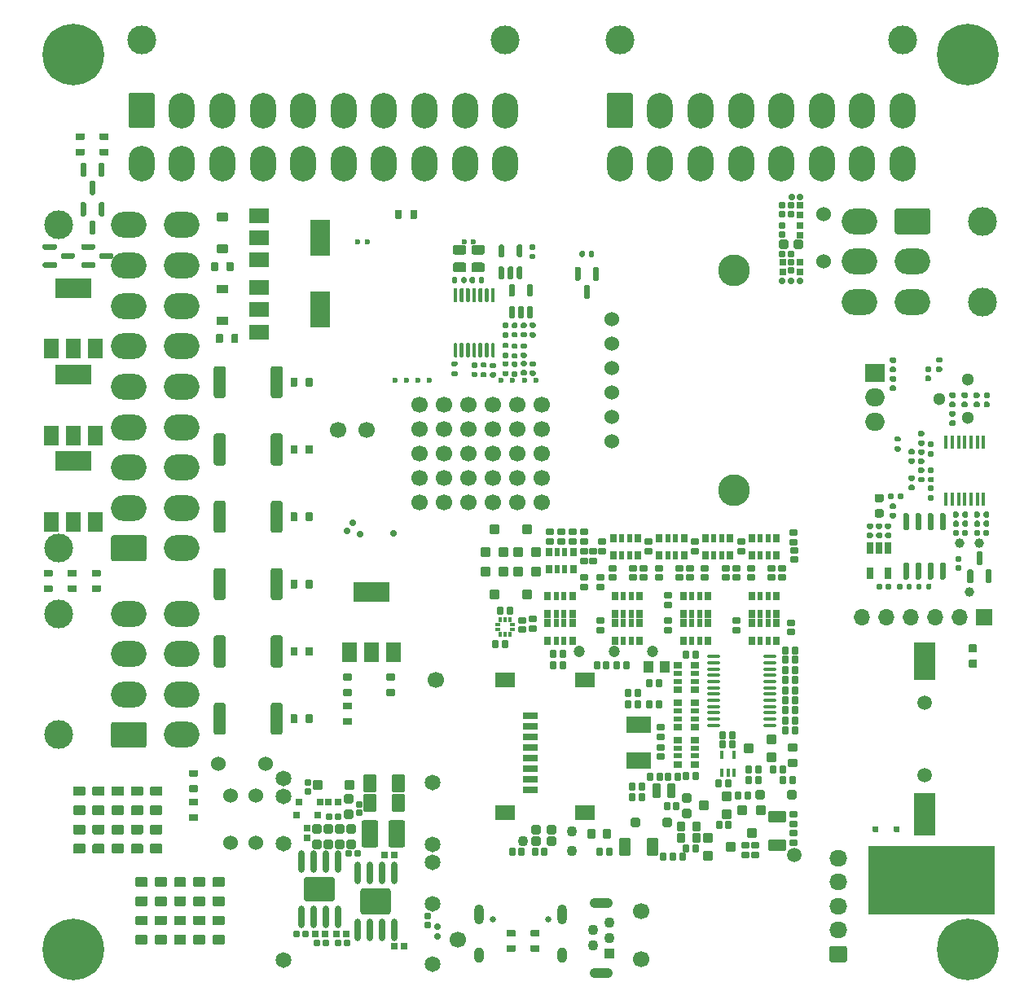
<source format=gbs>
G75*
G70*
%OFA0B0*%
%FSLAX25Y25*%
%IPPOS*%
%LPD*%
%AMOC8*
5,1,8,0,0,1.08239X$1,22.5*
%
%AMM121*
21,1,0.029130,0.018900,0.000000,-0.000000,90.000000*
21,1,0.018900,0.029130,0.000000,-0.000000,90.000000*
1,1,0.010240,0.009450,0.009450*
1,1,0.010240,0.009450,-0.009450*
1,1,0.010240,-0.009450,-0.009450*
1,1,0.010240,-0.009450,0.009450*
%
%AMM122*
21,1,0.025200,0.019680,0.000000,-0.000000,180.000000*
21,1,0.015750,0.029130,0.000000,-0.000000,180.000000*
1,1,0.009450,-0.007870,0.009840*
1,1,0.009450,0.007870,0.009840*
1,1,0.009450,0.007870,-0.009840*
1,1,0.009450,-0.007870,-0.009840*
%
%AMM123*
21,1,0.038980,0.026770,0.000000,-0.000000,180.000000*
21,1,0.026770,0.038980,0.000000,-0.000000,180.000000*
1,1,0.012210,-0.013390,0.013390*
1,1,0.012210,0.013390,0.013390*
1,1,0.012210,0.013390,-0.013390*
1,1,0.012210,-0.013390,-0.013390*
%
%AMM124*
21,1,0.025200,0.019680,0.000000,-0.000000,270.000000*
21,1,0.015750,0.029130,0.000000,-0.000000,270.000000*
1,1,0.009450,-0.009840,-0.007870*
1,1,0.009450,-0.009840,0.007870*
1,1,0.009450,0.009840,0.007870*
1,1,0.009450,0.009840,-0.007870*
%
%AMM199*
21,1,0.029530,0.026380,-0.000000,-0.000000,90.000000*
21,1,0.020470,0.035430,-0.000000,-0.000000,90.000000*
1,1,0.009060,0.013190,0.010240*
1,1,0.009060,0.013190,-0.010240*
1,1,0.009060,-0.013190,-0.010240*
1,1,0.009060,-0.013190,0.010240*
%
%AMM20*
21,1,0.041340,0.026770,0.000000,0.000000,0.000000*
21,1,0.029130,0.038980,0.000000,0.000000,0.000000*
1,1,0.012210,0.014570,-0.013390*
1,1,0.012210,-0.014570,-0.013390*
1,1,0.012210,-0.014570,0.013390*
1,1,0.012210,0.014570,0.013390*
%
%AMM200*
21,1,0.021650,0.027950,-0.000000,-0.000000,90.000000*
21,1,0.014170,0.035430,-0.000000,-0.000000,90.000000*
1,1,0.007480,0.013980,0.007090*
1,1,0.007480,0.013980,-0.007090*
1,1,0.007480,-0.013980,-0.007090*
1,1,0.007480,-0.013980,0.007090*
%
%AMM203*
21,1,0.031500,0.018900,-0.000000,-0.000000,270.000000*
21,1,0.022840,0.027560,-0.000000,-0.000000,270.000000*
1,1,0.008660,-0.009450,-0.011420*
1,1,0.008660,-0.009450,0.011420*
1,1,0.008660,0.009450,0.011420*
1,1,0.008660,0.009450,-0.011420*
%
%AMM205*
21,1,0.031500,0.018900,-0.000000,-0.000000,0.000000*
21,1,0.022840,0.027560,-0.000000,-0.000000,0.000000*
1,1,0.008660,0.011420,-0.009450*
1,1,0.008660,-0.011420,-0.009450*
1,1,0.008660,-0.011420,0.009450*
1,1,0.008660,0.011420,0.009450*
%
%AMM207*
21,1,0.039370,0.030320,-0.000000,-0.000000,90.000000*
21,1,0.028350,0.041340,-0.000000,-0.000000,90.000000*
1,1,0.011020,0.015160,0.014170*
1,1,0.011020,0.015160,-0.014170*
1,1,0.011020,-0.015160,-0.014170*
1,1,0.011020,-0.015160,0.014170*
%
%AMM21*
21,1,0.076380,0.036220,0.000000,0.000000,90.000000*
21,1,0.061810,0.050790,0.000000,0.000000,90.000000*
1,1,0.014570,0.018110,0.030910*
1,1,0.014570,0.018110,-0.030910*
1,1,0.014570,-0.018110,-0.030910*
1,1,0.014570,-0.018110,0.030910*
%
%AMM210*
21,1,0.031500,0.030710,-0.000000,-0.000000,180.000000*
21,1,0.022050,0.040160,-0.000000,-0.000000,180.000000*
1,1,0.009450,-0.011020,0.015350*
1,1,0.009450,0.011020,0.015350*
1,1,0.009450,0.011020,-0.015350*
1,1,0.009450,-0.011020,-0.015350*
%
%AMM228*
21,1,0.037400,0.026770,-0.000000,-0.000000,270.000000*
21,1,0.026770,0.037400,-0.000000,-0.000000,270.000000*
1,1,0.010630,-0.013390,-0.013390*
1,1,0.010630,-0.013390,0.013390*
1,1,0.010630,0.013390,0.013390*
1,1,0.010630,0.013390,-0.013390*
%
%AMM229*
21,1,0.029530,0.026380,-0.000000,-0.000000,180.000000*
21,1,0.020470,0.035430,-0.000000,-0.000000,180.000000*
1,1,0.009060,-0.010240,0.013190*
1,1,0.009060,0.010240,0.013190*
1,1,0.009060,0.010240,-0.013190*
1,1,0.009060,-0.010240,-0.013190*
%
%AMM230*
21,1,0.021650,0.027950,-0.000000,-0.000000,180.000000*
21,1,0.014170,0.035430,-0.000000,-0.000000,180.000000*
1,1,0.007480,-0.007090,0.013980*
1,1,0.007480,0.007090,0.013980*
1,1,0.007480,0.007090,-0.013980*
1,1,0.007480,-0.007090,-0.013980*
%
%AMM231*
21,1,0.037400,0.026770,-0.000000,-0.000000,180.000000*
21,1,0.026770,0.037400,-0.000000,-0.000000,180.000000*
1,1,0.010630,-0.013390,0.013390*
1,1,0.010630,0.013390,0.013390*
1,1,0.010630,0.013390,-0.013390*
1,1,0.010630,-0.013390,-0.013390*
%
%AMM232*
21,1,0.082680,0.045670,-0.000000,-0.000000,0.000000*
21,1,0.067320,0.061020,-0.000000,-0.000000,0.000000*
1,1,0.015350,0.033660,-0.022840*
1,1,0.015350,-0.033660,-0.022840*
1,1,0.015350,-0.033660,0.022840*
1,1,0.015350,0.033660,0.022840*
%
%AMM233*
21,1,0.062990,0.020470,-0.000000,-0.000000,0.000000*
21,1,0.053940,0.029530,-0.000000,-0.000000,0.000000*
1,1,0.009060,0.026970,-0.010240*
1,1,0.009060,-0.026970,-0.010240*
1,1,0.009060,-0.026970,0.010240*
1,1,0.009060,0.026970,0.010240*
%
%AMM234*
21,1,0.039370,0.030320,-0.000000,-0.000000,0.000000*
21,1,0.028350,0.041340,-0.000000,-0.000000,0.000000*
1,1,0.011020,0.014170,-0.015160*
1,1,0.011020,-0.014170,-0.015160*
1,1,0.011020,-0.014170,0.015160*
1,1,0.011020,0.014170,0.015160*
%
%AMM235*
21,1,0.016540,0.028980,-0.000000,-0.000000,0.000000*
21,1,0.010080,0.035430,-0.000000,-0.000000,0.000000*
1,1,0.006460,0.005040,-0.014490*
1,1,0.006460,-0.005040,-0.014490*
1,1,0.006460,-0.005040,0.014490*
1,1,0.006460,0.005040,0.014490*
%
%AMM236*
21,1,0.074800,0.036220,-0.000000,-0.000000,180.000000*
21,1,0.061810,0.049210,-0.000000,-0.000000,180.000000*
1,1,0.012990,-0.030910,0.018110*
1,1,0.012990,0.030910,0.018110*
1,1,0.012990,0.030910,-0.018110*
1,1,0.012990,-0.030910,-0.018110*
%
%AMM237*
21,1,0.039760,0.026770,-0.000000,-0.000000,180.000000*
21,1,0.029130,0.037400,-0.000000,-0.000000,180.000000*
1,1,0.010630,-0.014570,0.013390*
1,1,0.010630,0.014570,0.013390*
1,1,0.010630,0.014570,-0.013390*
1,1,0.010630,-0.014570,-0.013390*
%
%AMM238*
21,1,0.031500,0.049610,-0.000000,-0.000000,180.000000*
21,1,0.022050,0.059060,-0.000000,-0.000000,180.000000*
1,1,0.009450,-0.011020,0.024800*
1,1,0.009450,0.011020,0.024800*
1,1,0.009450,0.011020,-0.024800*
1,1,0.009450,-0.011020,-0.024800*
%
%AMM239*
21,1,0.074800,0.036220,-0.000000,-0.000000,270.000000*
21,1,0.061810,0.049210,-0.000000,-0.000000,270.000000*
1,1,0.012990,-0.018110,-0.030910*
1,1,0.012990,-0.018110,0.030910*
1,1,0.012990,0.018110,0.030910*
1,1,0.012990,0.018110,-0.030910*
%
%AMM24*
21,1,0.029130,0.018900,0.000000,0.000000,90.000000*
21,1,0.018900,0.029130,0.000000,0.000000,90.000000*
1,1,0.010240,0.009450,0.009450*
1,1,0.010240,0.009450,-0.009450*
1,1,0.010240,-0.009450,-0.009450*
1,1,0.010240,-0.009450,0.009450*
%
%AMM240*
21,1,0.031500,0.030710,-0.000000,-0.000000,270.000000*
21,1,0.022050,0.040160,-0.000000,-0.000000,270.000000*
1,1,0.009450,-0.015350,-0.011020*
1,1,0.009450,-0.015350,0.011020*
1,1,0.009450,0.015350,0.011020*
1,1,0.009450,0.015350,-0.011020*
%
%AMM25*
21,1,0.025200,0.019680,0.000000,0.000000,0.000000*
21,1,0.015750,0.029130,0.000000,0.000000,0.000000*
1,1,0.009450,0.007870,-0.009840*
1,1,0.009450,-0.007870,-0.009840*
1,1,0.009450,-0.007870,0.009840*
1,1,0.009450,0.007870,0.009840*
%
%AMM26*
21,1,0.025200,0.019680,0.000000,0.000000,270.000000*
21,1,0.015750,0.029130,0.000000,0.000000,270.000000*
1,1,0.009450,-0.009840,-0.007870*
1,1,0.009450,-0.009840,0.007870*
1,1,0.009450,0.009840,0.007870*
1,1,0.009450,0.009840,-0.007870*
%
%AMM32*
21,1,0.111810,0.050390,0.000000,0.000000,90.000000*
21,1,0.093700,0.068500,0.000000,0.000000,90.000000*
1,1,0.018110,0.025200,0.046850*
1,1,0.018110,0.025200,-0.046850*
1,1,0.018110,-0.025200,-0.046850*
1,1,0.018110,-0.025200,0.046850*
%
%AMM33*
21,1,0.038980,0.026770,0.000000,0.000000,270.000000*
21,1,0.026770,0.038980,0.000000,0.000000,270.000000*
1,1,0.012210,-0.013390,-0.013390*
1,1,0.012210,-0.013390,0.013390*
1,1,0.012210,0.013390,0.013390*
1,1,0.012210,0.013390,-0.013390*
%
%AMM34*
21,1,0.029130,0.018900,0.000000,0.000000,180.000000*
21,1,0.018900,0.029130,0.000000,0.000000,180.000000*
1,1,0.010240,-0.009450,0.009450*
1,1,0.010240,0.009450,0.009450*
1,1,0.010240,0.009450,-0.009450*
1,1,0.010240,-0.009450,-0.009450*
%
%AMM35*
21,1,0.127560,0.075590,0.000000,0.000000,180.000000*
21,1,0.103150,0.100000,0.000000,0.000000,180.000000*
1,1,0.024410,-0.051580,0.037800*
1,1,0.024410,0.051580,0.037800*
1,1,0.024410,0.051580,-0.037800*
1,1,0.024410,-0.051580,-0.037800*
%
%AMM36*
21,1,0.123620,0.083460,0.000000,0.000000,0.000000*
21,1,0.097240,0.109840,0.000000,0.000000,0.000000*
1,1,0.026380,0.048620,-0.041730*
1,1,0.026380,-0.048620,-0.041730*
1,1,0.026380,-0.048620,0.041730*
1,1,0.026380,0.048620,0.041730*
%
%ADD11O,0.10630X0.14567*%
%ADD122M20*%
%ADD123M21*%
%ADD126M24*%
%ADD127M25*%
%ADD128M26*%
%ADD129C,0.02913*%
%ADD13C,0.11811*%
%ADD130C,0.06457*%
%ADD139M32*%
%ADD140M33*%
%ADD141M34*%
%ADD142O,0.02520X0.09213*%
%ADD143M35*%
%ADD144M36*%
%ADD159C,0.05118*%
%ADD174C,0.03900*%
%ADD21C,0.06693*%
%ADD22R,0.07874X0.05906*%
%ADD229C,0.04724*%
%ADD23R,0.07874X0.14961*%
%ADD230C,0.04294*%
%ADD24C,0.03150*%
%ADD25C,0.25197*%
%ADD255R,0.01772X0.01870*%
%ADD257O,0.05354X0.01378*%
%ADD26C,0.06000*%
%ADD260R,0.09843X0.07087*%
%ADD261R,0.01870X0.01772*%
%ADD263R,0.04331X0.04724*%
%ADD27O,0.07283X0.06693*%
%ADD28R,0.05906X0.07874*%
%ADD29R,0.14961X0.07874*%
%ADD30C,0.02362*%
%ADD305M121*%
%ADD306M122*%
%ADD307M123*%
%ADD308M124*%
%ADD312R,0.07874X0.07500*%
%ADD313O,0.07874X0.07500*%
%ADD315R,0.01772X0.05709*%
%ADD316R,0.02559X0.04803*%
%ADD36R,0.04331X0.04331*%
%ADD37C,0.04331*%
%ADD38O,0.09449X0.04331*%
%ADD41C,0.05906*%
%ADD411M199*%
%ADD412M200*%
%ADD415M203*%
%ADD417M205*%
%ADD419M207*%
%ADD422M210*%
%ADD440M228*%
%ADD441M229*%
%ADD442M230*%
%ADD443M231*%
%ADD444M232*%
%ADD445M233*%
%ADD446M234*%
%ADD447M235*%
%ADD448M236*%
%ADD449M237*%
%ADD450M238*%
%ADD451M239*%
%ADD452M240*%
%ADD57O,0.14567X0.10630*%
%ADD74O,0.03937X0.08268*%
%ADD75O,0.03937X0.06299*%
%ADD76R,0.06693X0.06693*%
%ADD77O,0.06693X0.06693*%
%ADD78C,0.13000*%
%ADD80C,0.00472*%
%ADD81C,0.02559*%
%ADD96R,0.09055X0.17323*%
%ADD97R,0.09055X0.15748*%
X0000000Y0000000D02*
%LPD*%
G01*
D80*
X0390354Y0028445D02*
X0339173Y0028445D01*
X0339173Y0056004D01*
X0390354Y0056004D01*
X0390354Y0028445D01*
G36*
X0390354Y0028445D02*
G01*
X0339173Y0028445D01*
X0339173Y0056004D01*
X0390354Y0056004D01*
X0390354Y0028445D01*
G37*
D13*
X0237402Y0385925D03*
X0353150Y0385925D03*
G36*
G01*
X0232087Y0350886D02*
X0232087Y0363484D01*
G75*
G02*
X0233071Y0364469I0000984J0000000D01*
G01*
X0241732Y0364469D01*
G75*
G02*
X0242717Y0363484I0000000J-000984D01*
G01*
X0242717Y0350886D01*
G75*
G02*
X0241732Y0349902I-000984J0000000D01*
G01*
X0233071Y0349902D01*
G75*
G02*
X0232087Y0350886I0000000J0000984D01*
G01*
G37*
D11*
X0253937Y0357185D03*
X0270472Y0357185D03*
X0287008Y0357185D03*
X0303543Y0357185D03*
X0320079Y0357185D03*
X0336614Y0357185D03*
X0353150Y0357185D03*
X0237402Y0335531D03*
X0253937Y0335531D03*
X0270472Y0335531D03*
X0287008Y0335531D03*
X0303543Y0335531D03*
X0320079Y0335531D03*
X0336614Y0335531D03*
X0353150Y0335531D03*
D13*
X0041732Y0385925D03*
X0190551Y0385925D03*
G36*
G01*
X0036417Y0350886D02*
X0036417Y0363484D01*
G75*
G02*
X0037402Y0364469I0000984J0000000D01*
G01*
X0046063Y0364469D01*
G75*
G02*
X0047047Y0363484I0000000J-000984D01*
G01*
X0047047Y0350886D01*
G75*
G02*
X0046063Y0349902I-000984J0000000D01*
G01*
X0037402Y0349902D01*
G75*
G02*
X0036417Y0350886I0000000J0000984D01*
G01*
G37*
D11*
X0058268Y0357185D03*
X0074803Y0357185D03*
X0091339Y0357185D03*
X0107874Y0357185D03*
X0124409Y0357185D03*
X0140945Y0357185D03*
X0157480Y0357185D03*
X0174016Y0357185D03*
X0190551Y0357185D03*
X0041732Y0335531D03*
X0058268Y0335531D03*
X0074803Y0335531D03*
X0091339Y0335531D03*
X0107874Y0335531D03*
X0124409Y0335531D03*
X0140945Y0335531D03*
X0157480Y0335531D03*
X0174016Y0335531D03*
X0190551Y0335531D03*
D21*
X0133858Y0226378D03*
X0122047Y0226378D03*
D24*
X0004331Y0379921D03*
X0007098Y0386603D03*
X0007098Y0373240D03*
X0013780Y0389370D03*
D25*
X0013780Y0379921D03*
D24*
X0013780Y0370472D03*
X0020461Y0386603D03*
X0020461Y0373240D03*
X0023228Y0379921D03*
X0370472Y0379921D03*
X0373240Y0386603D03*
X0373240Y0373240D03*
X0379921Y0389370D03*
D25*
X0379921Y0379921D03*
D24*
X0379921Y0370472D03*
X0386603Y0386603D03*
X0386603Y0373240D03*
X0389370Y0379921D03*
D26*
X0078268Y0076575D03*
X0078268Y0057283D03*
G36*
G01*
X0329429Y0008465D02*
X0324114Y0008465D01*
G75*
G02*
X0323130Y0009449I0000000J0000984D01*
G01*
X0323130Y0014173D01*
G75*
G02*
X0324114Y0015157I0000984J0000000D01*
G01*
X0329429Y0015157D01*
G75*
G02*
X0330413Y0014173I0000000J-000984D01*
G01*
X0330413Y0009449D01*
G75*
G02*
X0329429Y0008465I-000984J0000000D01*
G01*
G37*
D27*
X0326772Y0021654D03*
X0326772Y0031496D03*
X0326772Y0041339D03*
X0326772Y0051181D03*
D21*
X0246063Y0029528D03*
X0162205Y0124016D03*
D24*
X0004331Y0013780D03*
X0007098Y0020461D03*
X0007098Y0007098D03*
X0013780Y0023228D03*
D25*
X0013780Y0013780D03*
D24*
X0013780Y0004331D03*
X0020461Y0020461D03*
X0020461Y0007098D03*
X0023228Y0013780D03*
D30*
X0193602Y0246752D03*
X0188878Y0246752D03*
X0198327Y0246752D03*
X0203051Y0246752D03*
X0177618Y0303543D03*
X0173681Y0303543D03*
D36*
X0233268Y0012205D03*
D37*
X0226378Y0015354D03*
X0233268Y0018504D03*
X0226378Y0021654D03*
X0233268Y0024803D03*
D38*
X0229823Y0004134D03*
X0229823Y0032874D03*
D26*
X0088583Y0076575D03*
X0088583Y0057283D03*
D30*
X0311319Y0287500D03*
X0307579Y0287500D03*
X0303839Y0287500D03*
X0307776Y0321752D03*
X0311319Y0321752D03*
D41*
X0160925Y0081988D03*
X0160925Y0056791D03*
X0160925Y0049311D03*
X0160925Y0032382D03*
D30*
X0162697Y0022933D03*
X0162697Y0018996D03*
D41*
X0160925Y0007776D03*
X0099902Y0083760D03*
X0099902Y0076476D03*
X0099902Y0056988D03*
X0099902Y0009547D03*
D30*
X0125984Y0184941D03*
X0128051Y0188386D03*
X0131004Y0183760D03*
X0144980Y0184055D03*
D13*
X0007776Y0177953D03*
X0007776Y0310236D03*
G36*
G01*
X0042815Y0172638D02*
X0030217Y0172638D01*
G75*
G02*
X0029232Y0173622I0000000J0000984D01*
G01*
X0029232Y0182283D01*
G75*
G02*
X0030217Y0183268I0000984J0000000D01*
G01*
X0042815Y0183268D01*
G75*
G02*
X0043799Y0182283I0000000J-000984D01*
G01*
X0043799Y0173622D01*
G75*
G02*
X0042815Y0172638I-000984J0000000D01*
G01*
G37*
D57*
X0036516Y0194488D03*
X0036516Y0211024D03*
X0036516Y0227559D03*
X0036516Y0244094D03*
X0036516Y0260630D03*
X0036516Y0277165D03*
X0036516Y0293701D03*
X0036516Y0310236D03*
X0058169Y0177953D03*
X0058169Y0194488D03*
X0058169Y0211024D03*
X0058169Y0227559D03*
X0058169Y0244094D03*
X0058169Y0260630D03*
X0058169Y0277165D03*
X0058169Y0293701D03*
X0058169Y0310236D03*
D13*
X0385925Y0311811D03*
X0385925Y0278740D03*
G36*
G01*
X0350886Y0317126D02*
X0363484Y0317126D01*
G75*
G02*
X0364469Y0316142I0000000J-000984D01*
G01*
X0364469Y0307480D01*
G75*
G02*
X0363484Y0306496I-000984J0000000D01*
G01*
X0350886Y0306496D01*
G75*
G02*
X0349902Y0307480I0000000J0000984D01*
G01*
X0349902Y0316142D01*
G75*
G02*
X0350886Y0317126I0000984J0000000D01*
G01*
G37*
D57*
X0357185Y0295276D03*
X0357185Y0278740D03*
X0335531Y0311811D03*
X0335531Y0295276D03*
X0335531Y0278740D03*
D26*
X0320866Y0314764D03*
X0320866Y0295472D03*
D21*
X0155512Y0196693D03*
X0155512Y0206693D03*
X0155512Y0216693D03*
X0155512Y0226693D03*
X0155512Y0236693D03*
X0165512Y0196693D03*
X0165512Y0206693D03*
X0165512Y0216693D03*
X0165512Y0226693D03*
X0165512Y0236693D03*
X0175512Y0196693D03*
X0175512Y0206693D03*
X0175512Y0216693D03*
X0175512Y0226693D03*
X0175512Y0236693D03*
X0246063Y0009843D03*
D13*
X0007776Y0101575D03*
X0007776Y0151181D03*
G36*
G01*
X0042815Y0096260D02*
X0030217Y0096260D01*
G75*
G02*
X0029232Y0097244I0000000J0000984D01*
G01*
X0029232Y0105906D01*
G75*
G02*
X0030217Y0106890I0000984J0000000D01*
G01*
X0042815Y0106890D01*
G75*
G02*
X0043799Y0105906I0000000J-000984D01*
G01*
X0043799Y0097244D01*
G75*
G02*
X0042815Y0096260I-000984J0000000D01*
G01*
G37*
D57*
X0036516Y0118110D03*
X0036516Y0134646D03*
X0036516Y0151181D03*
X0058169Y0101575D03*
X0058169Y0118110D03*
X0058169Y0134646D03*
X0058169Y0151181D03*
D81*
X0185472Y0026004D03*
X0208228Y0026004D03*
D74*
X0179843Y0027972D03*
D75*
X0179843Y0011516D03*
D74*
X0213858Y0027972D03*
D75*
X0213858Y0011516D03*
D24*
X0370472Y0013780D03*
X0373240Y0020461D03*
X0373240Y0007098D03*
X0379921Y0023228D03*
D25*
X0379921Y0013780D03*
D24*
X0379921Y0004331D03*
X0386603Y0020461D03*
X0386603Y0007098D03*
X0389370Y0013780D03*
D30*
X0150098Y0246752D03*
X0145374Y0246752D03*
X0154823Y0246752D03*
X0159547Y0246752D03*
X0134114Y0303543D03*
X0130177Y0303543D03*
D26*
X0073031Y0089677D03*
X0092323Y0089677D03*
D76*
X0386417Y0149606D03*
D77*
X0376417Y0149606D03*
X0366417Y0149606D03*
X0356417Y0149606D03*
X0346417Y0149606D03*
X0336417Y0149606D03*
D21*
X0171260Y0017717D03*
D78*
X0284173Y0291850D03*
X0284173Y0201850D03*
D26*
X0234173Y0271850D03*
X0234173Y0261850D03*
X0234173Y0251850D03*
X0234173Y0241850D03*
X0234173Y0231850D03*
X0234173Y0221850D03*
D21*
X0185512Y0196693D03*
X0185512Y0206693D03*
X0185512Y0216693D03*
X0185512Y0226693D03*
X0185512Y0236693D03*
X0195512Y0196693D03*
X0195512Y0206693D03*
X0195512Y0216693D03*
X0195512Y0226693D03*
X0195512Y0236693D03*
X0205512Y0196693D03*
X0205512Y0206693D03*
X0205512Y0216693D03*
X0205512Y0226693D03*
X0205512Y0236693D03*
G36*
G01*
X0219606Y0293209D02*
X0220787Y0293209D01*
G75*
G02*
X0221378Y0292618I0000000J-000591D01*
G01*
X0221378Y0287992D01*
G75*
G02*
X0220787Y0287402I-000591J0000000D01*
G01*
X0219606Y0287402D01*
G75*
G02*
X0219016Y0287992I0000000J0000591D01*
G01*
X0219016Y0292618D01*
G75*
G02*
X0219606Y0293209I0000591J0000000D01*
G01*
G37*
G36*
G01*
X0227087Y0293209D02*
X0228268Y0293209D01*
G75*
G02*
X0228858Y0292618I0000000J-000591D01*
G01*
X0228858Y0287992D01*
G75*
G02*
X0228268Y0287402I-000591J0000000D01*
G01*
X0227087Y0287402D01*
G75*
G02*
X0226496Y0287992I0000000J0000591D01*
G01*
X0226496Y0292618D01*
G75*
G02*
X0227087Y0293209I0000591J0000000D01*
G01*
G37*
G36*
G01*
X0223346Y0285827D02*
X0224528Y0285827D01*
G75*
G02*
X0225118Y0285236I0000000J-000591D01*
G01*
X0225118Y0280610D01*
G75*
G02*
X0224528Y0280020I-000591J0000000D01*
G01*
X0223346Y0280020D01*
G75*
G02*
X0222756Y0280610I0000000J0000591D01*
G01*
X0222756Y0285236D01*
G75*
G02*
X0223346Y0285827I0000591J0000000D01*
G01*
G37*
G36*
G01*
X0049803Y0052992D02*
X0045669Y0052992D01*
G75*
G02*
X0045276Y0053386I0000000J0000394D01*
G01*
X0045276Y0056535D01*
G75*
G02*
X0045669Y0056929I0000394J0000000D01*
G01*
X0049803Y0056929D01*
G75*
G02*
X0050197Y0056535I0000000J-000394D01*
G01*
X0050197Y0053386D01*
G75*
G02*
X0049803Y0052992I-000394J0000000D01*
G01*
G37*
G36*
G01*
X0049803Y0060866D02*
X0045669Y0060866D01*
G75*
G02*
X0045276Y0061260I0000000J0000394D01*
G01*
X0045276Y0064409D01*
G75*
G02*
X0045669Y0064803I0000394J0000000D01*
G01*
X0049803Y0064803D01*
G75*
G02*
X0050197Y0064409I0000000J-000394D01*
G01*
X0050197Y0061260D01*
G75*
G02*
X0049803Y0060866I-000394J0000000D01*
G01*
G37*
G36*
G01*
X0076811Y0298819D02*
X0072795Y0298819D01*
G75*
G02*
X0072441Y0299173I0000000J0000354D01*
G01*
X0072441Y0302008D01*
G75*
G02*
X0072795Y0302362I0000354J0000000D01*
G01*
X0076811Y0302362D01*
G75*
G02*
X0077165Y0302008I0000000J-000354D01*
G01*
X0077165Y0299173D01*
G75*
G02*
X0076811Y0298819I-000354J0000000D01*
G01*
G37*
G36*
G01*
X0076811Y0311811D02*
X0072795Y0311811D01*
G75*
G02*
X0072441Y0312165I0000000J0000354D01*
G01*
X0072441Y0315000D01*
G75*
G02*
X0072795Y0315354I0000354J0000000D01*
G01*
X0076811Y0315354D01*
G75*
G02*
X0077165Y0315000I0000000J-000354D01*
G01*
X0077165Y0312165D01*
G75*
G02*
X0076811Y0311811I-000354J0000000D01*
G01*
G37*
D41*
X0362205Y0085040D03*
X0362205Y0114567D03*
D96*
X0362205Y0068898D03*
D97*
X0362205Y0131890D03*
G36*
G01*
X0014921Y0160039D02*
X0011850Y0160039D01*
G75*
G02*
X0011575Y0160315I0000000J0000276D01*
G01*
X0011575Y0162520D01*
G75*
G02*
X0011850Y0162795I0000276J0000000D01*
G01*
X0014921Y0162795D01*
G75*
G02*
X0015197Y0162520I0000000J-000276D01*
G01*
X0015197Y0160315D01*
G75*
G02*
X0014921Y0160039I-000276J0000000D01*
G01*
G37*
G36*
G01*
X0014921Y0166339D02*
X0011850Y0166339D01*
G75*
G02*
X0011575Y0166614I0000000J0000276D01*
G01*
X0011575Y0168819D01*
G75*
G02*
X0011850Y0169094I0000276J0000000D01*
G01*
X0014921Y0169094D01*
G75*
G02*
X0015197Y0168819I0000000J-000276D01*
G01*
X0015197Y0166614D01*
G75*
G02*
X0014921Y0166339I-000276J0000000D01*
G01*
G37*
G36*
G01*
X0026181Y0052992D02*
X0022047Y0052992D01*
G75*
G02*
X0021654Y0053386I0000000J0000394D01*
G01*
X0021654Y0056535D01*
G75*
G02*
X0022047Y0056929I0000394J0000000D01*
G01*
X0026181Y0056929D01*
G75*
G02*
X0026575Y0056535I0000000J-000394D01*
G01*
X0026575Y0053386D01*
G75*
G02*
X0026181Y0052992I-000394J0000000D01*
G01*
G37*
G36*
G01*
X0026181Y0060866D02*
X0022047Y0060866D01*
G75*
G02*
X0021654Y0061260I0000000J0000394D01*
G01*
X0021654Y0064409D01*
G75*
G02*
X0022047Y0064803I0000394J0000000D01*
G01*
X0026181Y0064803D01*
G75*
G02*
X0026575Y0064409I0000000J-000394D01*
G01*
X0026575Y0061260D01*
G75*
G02*
X0026181Y0060866I-000394J0000000D01*
G01*
G37*
G36*
G01*
X0380551Y0138642D02*
X0383228Y0138642D01*
G75*
G02*
X0383563Y0138307I0000000J-000335D01*
G01*
X0383563Y0135630D01*
G75*
G02*
X0383228Y0135295I-000335J0000000D01*
G01*
X0380551Y0135295D01*
G75*
G02*
X0380217Y0135630I0000000J0000335D01*
G01*
X0380217Y0138307D01*
G75*
G02*
X0380551Y0138642I0000335J0000000D01*
G01*
G37*
G36*
G01*
X0380551Y0132421D02*
X0383228Y0132421D01*
G75*
G02*
X0383563Y0132087I0000000J-000335D01*
G01*
X0383563Y0129409D01*
G75*
G02*
X0383228Y0129075I-000335J0000000D01*
G01*
X0380551Y0129075D01*
G75*
G02*
X0380217Y0129409I0000000J0000335D01*
G01*
X0380217Y0132087D01*
G75*
G02*
X0380551Y0132421I0000335J0000000D01*
G01*
G37*
G36*
G01*
X0226929Y0299094D02*
X0226929Y0297756D01*
G75*
G02*
X0226378Y0297205I-000551J0000000D01*
G01*
X0225276Y0297205D01*
G75*
G02*
X0224724Y0297756I0000000J0000551D01*
G01*
X0224724Y0299094D01*
G75*
G02*
X0225276Y0299646I0000551J0000000D01*
G01*
X0226378Y0299646D01*
G75*
G02*
X0226929Y0299094I0000000J-000551D01*
G01*
G37*
G36*
G01*
X0223150Y0299094D02*
X0223150Y0297756D01*
G75*
G02*
X0222598Y0297205I-000551J0000000D01*
G01*
X0221496Y0297205D01*
G75*
G02*
X0220945Y0297756I0000000J0000551D01*
G01*
X0220945Y0299094D01*
G75*
G02*
X0221496Y0299646I0000551J0000000D01*
G01*
X0222598Y0299646D01*
G75*
G02*
X0223150Y0299094I0000000J-000551D01*
G01*
G37*
G36*
G01*
X0024764Y0160039D02*
X0021693Y0160039D01*
G75*
G02*
X0021417Y0160315I0000000J0000276D01*
G01*
X0021417Y0162520D01*
G75*
G02*
X0021693Y0162795I0000276J0000000D01*
G01*
X0024764Y0162795D01*
G75*
G02*
X0025039Y0162520I0000000J-000276D01*
G01*
X0025039Y0160315D01*
G75*
G02*
X0024764Y0160039I-000276J0000000D01*
G01*
G37*
G36*
G01*
X0024764Y0166339D02*
X0021693Y0166339D01*
G75*
G02*
X0021417Y0166614I0000000J0000276D01*
G01*
X0021417Y0168819D01*
G75*
G02*
X0021693Y0169094I0000276J0000000D01*
G01*
X0024764Y0169094D01*
G75*
G02*
X0025039Y0168819I0000000J-000276D01*
G01*
X0025039Y0166614D01*
G75*
G02*
X0024764Y0166339I-000276J0000000D01*
G01*
G37*
G36*
G01*
X0145453Y0313130D02*
X0145453Y0316201D01*
G75*
G02*
X0145728Y0316476I0000276J0000000D01*
G01*
X0147933Y0316476D01*
G75*
G02*
X0148209Y0316201I0000000J-000276D01*
G01*
X0148209Y0313130D01*
G75*
G02*
X0147933Y0312854I-000276J0000000D01*
G01*
X0145728Y0312854D01*
G75*
G02*
X0145453Y0313130I0000000J0000276D01*
G01*
G37*
G36*
G01*
X0151752Y0313130D02*
X0151752Y0316201D01*
G75*
G02*
X0152028Y0316476I0000276J0000000D01*
G01*
X0154232Y0316476D01*
G75*
G02*
X0154508Y0316201I0000000J-000276D01*
G01*
X0154508Y0313130D01*
G75*
G02*
X0154232Y0312854I-000276J0000000D01*
G01*
X0152028Y0312854D01*
G75*
G02*
X0151752Y0313130I0000000J0000276D01*
G01*
G37*
G36*
G01*
X0063287Y0043307D02*
X0067421Y0043307D01*
G75*
G02*
X0067815Y0042913I0000000J-000394D01*
G01*
X0067815Y0039764D01*
G75*
G02*
X0067421Y0039370I-000394J0000000D01*
G01*
X0063287Y0039370D01*
G75*
G02*
X0062894Y0039764I0000000J0000394D01*
G01*
X0062894Y0042913D01*
G75*
G02*
X0063287Y0043307I0000394J0000000D01*
G01*
G37*
G36*
G01*
X0063287Y0035433D02*
X0067421Y0035433D01*
G75*
G02*
X0067815Y0035039I0000000J-000394D01*
G01*
X0067815Y0031890D01*
G75*
G02*
X0067421Y0031496I-000394J0000000D01*
G01*
X0063287Y0031496D01*
G75*
G02*
X0062894Y0031890I0000000J0000394D01*
G01*
X0062894Y0035039D01*
G75*
G02*
X0063287Y0035433I0000394J0000000D01*
G01*
G37*
G36*
G01*
X0099459Y0251575D02*
X0099459Y0240354D01*
G75*
G02*
X0098474Y0239370I-000984J0000000D01*
G01*
X0095620Y0239370D01*
G75*
G02*
X0094636Y0240354I0000000J0000984D01*
G01*
X0094636Y0251575D01*
G75*
G02*
X0095620Y0252559I0000984J0000000D01*
G01*
X0098474Y0252559D01*
G75*
G02*
X0099459Y0251575I0000000J-000984D01*
G01*
G37*
G36*
G01*
X0076132Y0251575D02*
X0076132Y0240354D01*
G75*
G02*
X0075148Y0239370I-000984J0000000D01*
G01*
X0072293Y0239370D01*
G75*
G02*
X0071309Y0240354I0000000J0000984D01*
G01*
X0071309Y0251575D01*
G75*
G02*
X0072293Y0252559I0000984J0000000D01*
G01*
X0075148Y0252559D01*
G75*
G02*
X0076132Y0251575I0000000J-000984D01*
G01*
G37*
G36*
G01*
X0029921Y0080551D02*
X0034055Y0080551D01*
G75*
G02*
X0034449Y0080157I0000000J-000394D01*
G01*
X0034449Y0077008D01*
G75*
G02*
X0034055Y0076614I-000394J0000000D01*
G01*
X0029921Y0076614D01*
G75*
G02*
X0029528Y0077008I0000000J0000394D01*
G01*
X0029528Y0080157D01*
G75*
G02*
X0029921Y0080551I0000394J0000000D01*
G01*
G37*
G36*
G01*
X0029921Y0072677D02*
X0034055Y0072677D01*
G75*
G02*
X0034449Y0072283I0000000J-000394D01*
G01*
X0034449Y0069134D01*
G75*
G02*
X0034055Y0068740I-000394J0000000D01*
G01*
X0029921Y0068740D01*
G75*
G02*
X0029528Y0069134I0000000J0000394D01*
G01*
X0029528Y0072283D01*
G75*
G02*
X0029921Y0072677I0000394J0000000D01*
G01*
G37*
G36*
G01*
X0075295Y0015748D02*
X0071161Y0015748D01*
G75*
G02*
X0070768Y0016142I0000000J0000394D01*
G01*
X0070768Y0019291D01*
G75*
G02*
X0071161Y0019685I0000394J0000000D01*
G01*
X0075295Y0019685D01*
G75*
G02*
X0075689Y0019291I0000000J-000394D01*
G01*
X0075689Y0016142D01*
G75*
G02*
X0075295Y0015748I-000394J0000000D01*
G01*
G37*
G36*
G01*
X0075295Y0023622D02*
X0071161Y0023622D01*
G75*
G02*
X0070768Y0024016I0000000J0000394D01*
G01*
X0070768Y0027165D01*
G75*
G02*
X0071161Y0027559I0000394J0000000D01*
G01*
X0075295Y0027559D01*
G75*
G02*
X0075689Y0027165I0000000J-000394D01*
G01*
X0075689Y0024016D01*
G75*
G02*
X0075295Y0023622I-000394J0000000D01*
G01*
G37*
G36*
G01*
X0014173Y0080551D02*
X0018307Y0080551D01*
G75*
G02*
X0018701Y0080157I0000000J-000394D01*
G01*
X0018701Y0077008D01*
G75*
G02*
X0018307Y0076614I-000394J0000000D01*
G01*
X0014173Y0076614D01*
G75*
G02*
X0013780Y0077008I0000000J0000394D01*
G01*
X0013780Y0080157D01*
G75*
G02*
X0014173Y0080551I0000394J0000000D01*
G01*
G37*
G36*
G01*
X0014173Y0072677D02*
X0018307Y0072677D01*
G75*
G02*
X0018701Y0072283I0000000J-000394D01*
G01*
X0018701Y0069134D01*
G75*
G02*
X0018307Y0068740I-000394J0000000D01*
G01*
X0014173Y0068740D01*
G75*
G02*
X0013780Y0069134I0000000J0000394D01*
G01*
X0013780Y0072283D01*
G75*
G02*
X0014173Y0072677I0000394J0000000D01*
G01*
G37*
G36*
G01*
X0099459Y0168898D02*
X0099459Y0157677D01*
G75*
G02*
X0098474Y0156693I-000984J0000000D01*
G01*
X0095620Y0156693D01*
G75*
G02*
X0094636Y0157677I0000000J0000984D01*
G01*
X0094636Y0168898D01*
G75*
G02*
X0095620Y0169882I0000984J0000000D01*
G01*
X0098474Y0169882D01*
G75*
G02*
X0099459Y0168898I0000000J-000984D01*
G01*
G37*
G36*
G01*
X0076132Y0168898D02*
X0076132Y0157677D01*
G75*
G02*
X0075148Y0156693I-000984J0000000D01*
G01*
X0072293Y0156693D01*
G75*
G02*
X0071309Y0157677I0000000J0000984D01*
G01*
X0071309Y0168898D01*
G75*
G02*
X0072293Y0169882I0000984J0000000D01*
G01*
X0075148Y0169882D01*
G75*
G02*
X0076132Y0168898I0000000J-000984D01*
G01*
G37*
D28*
X0022835Y0188780D03*
X0013780Y0188780D03*
X0004724Y0188780D03*
D29*
X0013780Y0213583D03*
G36*
G01*
X0039665Y0043307D02*
X0043799Y0043307D01*
G75*
G02*
X0044193Y0042913I0000000J-000394D01*
G01*
X0044193Y0039764D01*
G75*
G02*
X0043799Y0039370I-000394J0000000D01*
G01*
X0039665Y0039370D01*
G75*
G02*
X0039272Y0039764I0000000J0000394D01*
G01*
X0039272Y0042913D01*
G75*
G02*
X0039665Y0043307I0000394J0000000D01*
G01*
G37*
G36*
G01*
X0039665Y0035433D02*
X0043799Y0035433D01*
G75*
G02*
X0044193Y0035039I0000000J-000394D01*
G01*
X0044193Y0031890D01*
G75*
G02*
X0043799Y0031496I-000394J0000000D01*
G01*
X0039665Y0031496D01*
G75*
G02*
X0039272Y0031890I0000000J0000394D01*
G01*
X0039272Y0035039D01*
G75*
G02*
X0039665Y0035433I0000394J0000000D01*
G01*
G37*
D28*
X0022835Y0224213D03*
X0013780Y0224213D03*
X0004724Y0224213D03*
D29*
X0013780Y0249016D03*
G36*
G01*
X0043799Y0015748D02*
X0039665Y0015748D01*
G75*
G02*
X0039272Y0016142I0000000J0000394D01*
G01*
X0039272Y0019291D01*
G75*
G02*
X0039665Y0019685I0000394J0000000D01*
G01*
X0043799Y0019685D01*
G75*
G02*
X0044193Y0019291I0000000J-000394D01*
G01*
X0044193Y0016142D01*
G75*
G02*
X0043799Y0015748I-000394J0000000D01*
G01*
G37*
G36*
G01*
X0043799Y0023622D02*
X0039665Y0023622D01*
G75*
G02*
X0039272Y0024016I0000000J0000394D01*
G01*
X0039272Y0027165D01*
G75*
G02*
X0039665Y0027559I0000394J0000000D01*
G01*
X0043799Y0027559D01*
G75*
G02*
X0044193Y0027165I0000000J-000394D01*
G01*
X0044193Y0024016D01*
G75*
G02*
X0043799Y0023622I-000394J0000000D01*
G01*
G37*
G36*
G01*
X0099459Y0141339D02*
X0099459Y0130118D01*
G75*
G02*
X0098474Y0129134I-000984J0000000D01*
G01*
X0095620Y0129134D01*
G75*
G02*
X0094636Y0130118I0000000J0000984D01*
G01*
X0094636Y0141339D01*
G75*
G02*
X0095620Y0142323I0000984J0000000D01*
G01*
X0098474Y0142323D01*
G75*
G02*
X0099459Y0141339I0000000J-000984D01*
G01*
G37*
G36*
G01*
X0076132Y0141339D02*
X0076132Y0130118D01*
G75*
G02*
X0075148Y0129134I-000984J0000000D01*
G01*
X0072293Y0129134D01*
G75*
G02*
X0071309Y0130118I0000000J0000984D01*
G01*
X0071309Y0141339D01*
G75*
G02*
X0072293Y0142323I0000984J0000000D01*
G01*
X0075148Y0142323D01*
G75*
G02*
X0076132Y0141339I0000000J-000984D01*
G01*
G37*
G36*
G01*
X0099459Y0224016D02*
X0099459Y0212795D01*
G75*
G02*
X0098474Y0211811I-000984J0000000D01*
G01*
X0095620Y0211811D01*
G75*
G02*
X0094636Y0212795I0000000J0000984D01*
G01*
X0094636Y0224016D01*
G75*
G02*
X0095620Y0225000I0000984J0000000D01*
G01*
X0098474Y0225000D01*
G75*
G02*
X0099459Y0224016I0000000J-000984D01*
G01*
G37*
G36*
G01*
X0076132Y0224016D02*
X0076132Y0212795D01*
G75*
G02*
X0075148Y0211811I-000984J0000000D01*
G01*
X0072293Y0211811D01*
G75*
G02*
X0071309Y0212795I0000000J0000984D01*
G01*
X0071309Y0224016D01*
G75*
G02*
X0072293Y0225000I0000984J0000000D01*
G01*
X0075148Y0225000D01*
G75*
G02*
X0076132Y0224016I0000000J-000984D01*
G01*
G37*
G36*
G01*
X0037795Y0080551D02*
X0041929Y0080551D01*
G75*
G02*
X0042323Y0080157I0000000J-000394D01*
G01*
X0042323Y0077008D01*
G75*
G02*
X0041929Y0076614I-000394J0000000D01*
G01*
X0037795Y0076614D01*
G75*
G02*
X0037402Y0077008I0000000J0000394D01*
G01*
X0037402Y0080157D01*
G75*
G02*
X0037795Y0080551I0000394J0000000D01*
G01*
G37*
G36*
G01*
X0037795Y0072677D02*
X0041929Y0072677D01*
G75*
G02*
X0042323Y0072283I0000000J-000394D01*
G01*
X0042323Y0069134D01*
G75*
G02*
X0041929Y0068740I-000394J0000000D01*
G01*
X0037795Y0068740D01*
G75*
G02*
X0037402Y0069134I0000000J0000394D01*
G01*
X0037402Y0072283D01*
G75*
G02*
X0037795Y0072677I0000394J0000000D01*
G01*
G37*
G36*
G01*
X0072244Y0262244D02*
X0072244Y0265315D01*
G75*
G02*
X0072520Y0265591I0000276J0000000D01*
G01*
X0074724Y0265591D01*
G75*
G02*
X0075000Y0265315I0000000J-000276D01*
G01*
X0075000Y0262244D01*
G75*
G02*
X0074724Y0261969I-000276J0000000D01*
G01*
X0072520Y0261969D01*
G75*
G02*
X0072244Y0262244I0000000J0000276D01*
G01*
G37*
G36*
G01*
X0078543Y0262244D02*
X0078543Y0265315D01*
G75*
G02*
X0078819Y0265591I0000276J0000000D01*
G01*
X0081024Y0265591D01*
G75*
G02*
X0081299Y0265315I0000000J-000276D01*
G01*
X0081299Y0262244D01*
G75*
G02*
X0081024Y0261969I-000276J0000000D01*
G01*
X0078819Y0261969D01*
G75*
G02*
X0078543Y0262244I0000000J0000276D01*
G01*
G37*
G36*
G01*
X0076811Y0269291D02*
X0072795Y0269291D01*
G75*
G02*
X0072441Y0269646I0000000J0000354D01*
G01*
X0072441Y0272480D01*
G75*
G02*
X0072795Y0272835I0000354J0000000D01*
G01*
X0076811Y0272835D01*
G75*
G02*
X0077165Y0272480I0000000J-000354D01*
G01*
X0077165Y0269646D01*
G75*
G02*
X0076811Y0269291I-000354J0000000D01*
G01*
G37*
G36*
G01*
X0076811Y0282283D02*
X0072795Y0282283D01*
G75*
G02*
X0072441Y0282638I0000000J0000354D01*
G01*
X0072441Y0285472D01*
G75*
G02*
X0072795Y0285827I0000354J0000000D01*
G01*
X0076811Y0285827D01*
G75*
G02*
X0077165Y0285472I0000000J-000354D01*
G01*
X0077165Y0282638D01*
G75*
G02*
X0076811Y0282283I-000354J0000000D01*
G01*
G37*
G36*
G01*
X0343071Y0061811D02*
X0341181Y0061811D01*
G75*
G02*
X0340945Y0062047I0000000J0000236D01*
G01*
X0340945Y0063937D01*
G75*
G02*
X0341181Y0064173I0000236J0000000D01*
G01*
X0343071Y0064173D01*
G75*
G02*
X0343307Y0063937I0000000J-000236D01*
G01*
X0343307Y0062047D01*
G75*
G02*
X0343071Y0061811I-000236J0000000D01*
G01*
G37*
G36*
G01*
X0351732Y0061811D02*
X0349843Y0061811D01*
G75*
G02*
X0349606Y0062047I0000000J0000236D01*
G01*
X0349606Y0063937D01*
G75*
G02*
X0349843Y0064173I0000236J0000000D01*
G01*
X0351732Y0064173D01*
G75*
G02*
X0351969Y0063937I0000000J-000236D01*
G01*
X0351969Y0062047D01*
G75*
G02*
X0351732Y0061811I-000236J0000000D01*
G01*
G37*
G36*
G01*
X0111713Y0192382D02*
X0111713Y0189311D01*
G75*
G02*
X0111437Y0189035I-000276J0000000D01*
G01*
X0109232Y0189035D01*
G75*
G02*
X0108957Y0189311I0000000J0000276D01*
G01*
X0108957Y0192382D01*
G75*
G02*
X0109232Y0192657I0000276J0000000D01*
G01*
X0111437Y0192657D01*
G75*
G02*
X0111713Y0192382I0000000J-000276D01*
G01*
G37*
G36*
G01*
X0105413Y0192382D02*
X0105413Y0189311D01*
G75*
G02*
X0105138Y0189035I-000276J0000000D01*
G01*
X0102933Y0189035D01*
G75*
G02*
X0102657Y0189311I0000000J0000276D01*
G01*
X0102657Y0192382D01*
G75*
G02*
X0102933Y0192657I0000276J0000000D01*
G01*
X0105138Y0192657D01*
G75*
G02*
X0105413Y0192382I0000000J-000276D01*
G01*
G37*
G36*
G01*
X0124449Y0114764D02*
X0127520Y0114764D01*
G75*
G02*
X0127795Y0114488I0000000J-000276D01*
G01*
X0127795Y0112283D01*
G75*
G02*
X0127520Y0112008I-000276J0000000D01*
G01*
X0124449Y0112008D01*
G75*
G02*
X0124173Y0112283I0000000J0000276D01*
G01*
X0124173Y0114488D01*
G75*
G02*
X0124449Y0114764I0000276J0000000D01*
G01*
G37*
G36*
G01*
X0124449Y0108465D02*
X0127520Y0108465D01*
G75*
G02*
X0127795Y0108189I0000000J-000276D01*
G01*
X0127795Y0105984D01*
G75*
G02*
X0127520Y0105709I-000276J0000000D01*
G01*
X0124449Y0105709D01*
G75*
G02*
X0124173Y0105984I0000000J0000276D01*
G01*
X0124173Y0108189D01*
G75*
G02*
X0124449Y0108465I0000276J0000000D01*
G01*
G37*
G36*
G01*
X0059547Y0015748D02*
X0055413Y0015748D01*
G75*
G02*
X0055020Y0016142I0000000J0000394D01*
G01*
X0055020Y0019291D01*
G75*
G02*
X0055413Y0019685I0000394J0000000D01*
G01*
X0059547Y0019685D01*
G75*
G02*
X0059941Y0019291I0000000J-000394D01*
G01*
X0059941Y0016142D01*
G75*
G02*
X0059547Y0015748I-000394J0000000D01*
G01*
G37*
G36*
G01*
X0059547Y0023622D02*
X0055413Y0023622D01*
G75*
G02*
X0055020Y0024016I0000000J0000394D01*
G01*
X0055020Y0027165D01*
G75*
G02*
X0055413Y0027559I0000394J0000000D01*
G01*
X0059547Y0027559D01*
G75*
G02*
X0059941Y0027165I0000000J-000394D01*
G01*
X0059941Y0024016D01*
G75*
G02*
X0059547Y0023622I-000394J0000000D01*
G01*
G37*
G36*
G01*
X0017323Y0319587D02*
X0018504Y0319587D01*
G75*
G02*
X0019094Y0318996I0000000J-000591D01*
G01*
X0019094Y0314370D01*
G75*
G02*
X0018504Y0313780I-000591J0000000D01*
G01*
X0017323Y0313780D01*
G75*
G02*
X0016732Y0314370I0000000J0000591D01*
G01*
X0016732Y0318996D01*
G75*
G02*
X0017323Y0319587I0000591J0000000D01*
G01*
G37*
G36*
G01*
X0021063Y0312205D02*
X0022244Y0312205D01*
G75*
G02*
X0022835Y0311614I0000000J-000591D01*
G01*
X0022835Y0306988D01*
G75*
G02*
X0022244Y0306398I-000591J0000000D01*
G01*
X0021063Y0306398D01*
G75*
G02*
X0020472Y0306988I0000000J0000591D01*
G01*
X0020472Y0311614D01*
G75*
G02*
X0021063Y0312205I0000591J0000000D01*
G01*
G37*
G36*
G01*
X0024803Y0319587D02*
X0025984Y0319587D01*
G75*
G02*
X0026575Y0318996I0000000J-000591D01*
G01*
X0026575Y0314370D01*
G75*
G02*
X0025984Y0313780I-000591J0000000D01*
G01*
X0024803Y0313780D01*
G75*
G02*
X0024213Y0314370I0000000J0000591D01*
G01*
X0024213Y0318996D01*
G75*
G02*
X0024803Y0319587I0000591J0000000D01*
G01*
G37*
G36*
G01*
X0111713Y0164823D02*
X0111713Y0161752D01*
G75*
G02*
X0111437Y0161476I-000276J0000000D01*
G01*
X0109232Y0161476D01*
G75*
G02*
X0108957Y0161752I0000000J0000276D01*
G01*
X0108957Y0164823D01*
G75*
G02*
X0109232Y0165098I0000276J0000000D01*
G01*
X0111437Y0165098D01*
G75*
G02*
X0111713Y0164823I0000000J-000276D01*
G01*
G37*
G36*
G01*
X0105413Y0164823D02*
X0105413Y0161752D01*
G75*
G02*
X0105138Y0161476I-000276J0000000D01*
G01*
X0102933Y0161476D01*
G75*
G02*
X0102657Y0161752I0000000J0000276D01*
G01*
X0102657Y0164823D01*
G75*
G02*
X0102933Y0165098I0000276J0000000D01*
G01*
X0105138Y0165098D01*
G75*
G02*
X0105413Y0164823I0000000J-000276D01*
G01*
G37*
G36*
G01*
X0001280Y0293307D02*
X0001280Y0294488D01*
G75*
G02*
X0001870Y0295079I0000591J0000000D01*
G01*
X0006496Y0295079D01*
G75*
G02*
X0007087Y0294488I0000000J-000591D01*
G01*
X0007087Y0293307D01*
G75*
G02*
X0006496Y0292717I-000591J0000000D01*
G01*
X0001870Y0292717D01*
G75*
G02*
X0001280Y0293307I0000000J0000591D01*
G01*
G37*
G36*
G01*
X0008661Y0297047D02*
X0008661Y0298228D01*
G75*
G02*
X0009252Y0298819I0000591J0000000D01*
G01*
X0013878Y0298819D01*
G75*
G02*
X0014469Y0298228I0000000J-000591D01*
G01*
X0014469Y0297047D01*
G75*
G02*
X0013878Y0296457I-000591J0000000D01*
G01*
X0009252Y0296457D01*
G75*
G02*
X0008661Y0297047I0000000J0000591D01*
G01*
G37*
G36*
G01*
X0001280Y0300787D02*
X0001280Y0301969D01*
G75*
G02*
X0001870Y0302559I0000591J0000000D01*
G01*
X0006496Y0302559D01*
G75*
G02*
X0007087Y0301969I0000000J-000591D01*
G01*
X0007087Y0300787D01*
G75*
G02*
X0006496Y0300197I-000591J0000000D01*
G01*
X0001870Y0300197D01*
G75*
G02*
X0001280Y0300787I0000000J0000591D01*
G01*
G37*
G36*
G01*
X0194449Y0012710D02*
X0191378Y0012710D01*
G75*
G02*
X0191102Y0012986I0000000J0000276D01*
G01*
X0191102Y0015190D01*
G75*
G02*
X0191378Y0015466I0000276J0000000D01*
G01*
X0194449Y0015466D01*
G75*
G02*
X0194724Y0015190I0000000J-000276D01*
G01*
X0194724Y0012986D01*
G75*
G02*
X0194449Y0012710I-000276J0000000D01*
G01*
G37*
G36*
G01*
X0194449Y0019009D02*
X0191378Y0019009D01*
G75*
G02*
X0191102Y0019285I0000000J0000276D01*
G01*
X0191102Y0021489D01*
G75*
G02*
X0191378Y0021765I0000276J0000000D01*
G01*
X0194449Y0021765D01*
G75*
G02*
X0194724Y0021489I0000000J-000276D01*
G01*
X0194724Y0019285D01*
G75*
G02*
X0194449Y0019009I-000276J0000000D01*
G01*
G37*
G36*
G01*
X0111713Y0137264D02*
X0111713Y0134193D01*
G75*
G02*
X0111437Y0133917I-000276J0000000D01*
G01*
X0109232Y0133917D01*
G75*
G02*
X0108957Y0134193I0000000J0000276D01*
G01*
X0108957Y0137264D01*
G75*
G02*
X0109232Y0137539I0000276J0000000D01*
G01*
X0111437Y0137539D01*
G75*
G02*
X0111713Y0137264I0000000J-000276D01*
G01*
G37*
G36*
G01*
X0105413Y0137264D02*
X0105413Y0134193D01*
G75*
G02*
X0105138Y0133917I-000276J0000000D01*
G01*
X0102933Y0133917D01*
G75*
G02*
X0102657Y0134193I0000000J0000276D01*
G01*
X0102657Y0137264D01*
G75*
G02*
X0102933Y0137539I0000276J0000000D01*
G01*
X0105138Y0137539D01*
G75*
G02*
X0105413Y0137264I0000000J-000276D01*
G01*
G37*
G36*
G01*
X0018071Y0338780D02*
X0015000Y0338780D01*
G75*
G02*
X0014724Y0339055I0000000J0000276D01*
G01*
X0014724Y0341260D01*
G75*
G02*
X0015000Y0341535I0000276J0000000D01*
G01*
X0018071Y0341535D01*
G75*
G02*
X0018346Y0341260I0000000J-000276D01*
G01*
X0018346Y0339055D01*
G75*
G02*
X0018071Y0338780I-000276J0000000D01*
G01*
G37*
G36*
G01*
X0018071Y0345079D02*
X0015000Y0345079D01*
G75*
G02*
X0014724Y0345354I0000000J0000276D01*
G01*
X0014724Y0347559D01*
G75*
G02*
X0015000Y0347835I0000276J0000000D01*
G01*
X0018071Y0347835D01*
G75*
G02*
X0018346Y0347559I0000000J-000276D01*
G01*
X0018346Y0345354D01*
G75*
G02*
X0018071Y0345079I-000276J0000000D01*
G01*
G37*
D22*
X0089961Y0266535D03*
X0089961Y0275591D03*
X0089961Y0284646D03*
D23*
X0114764Y0275591D03*
G36*
G01*
X0145236Y0117520D02*
X0142165Y0117520D01*
G75*
G02*
X0141890Y0117795I0000000J0000276D01*
G01*
X0141890Y0120000D01*
G75*
G02*
X0142165Y0120276I0000276J0000000D01*
G01*
X0145236Y0120276D01*
G75*
G02*
X0145512Y0120000I0000000J-000276D01*
G01*
X0145512Y0117795D01*
G75*
G02*
X0145236Y0117520I-000276J0000000D01*
G01*
G37*
G36*
G01*
X0145236Y0123819D02*
X0142165Y0123819D01*
G75*
G02*
X0141890Y0124094I0000000J0000276D01*
G01*
X0141890Y0126299D01*
G75*
G02*
X0142165Y0126575I0000276J0000000D01*
G01*
X0145236Y0126575D01*
G75*
G02*
X0145512Y0126299I0000000J-000276D01*
G01*
X0145512Y0124094D01*
G75*
G02*
X0145236Y0123819I-000276J0000000D01*
G01*
G37*
G36*
G01*
X0099459Y0196457D02*
X0099459Y0185236D01*
G75*
G02*
X0098474Y0184252I-000984J0000000D01*
G01*
X0095620Y0184252D01*
G75*
G02*
X0094636Y0185236I0000000J0000984D01*
G01*
X0094636Y0196457D01*
G75*
G02*
X0095620Y0197441I0000984J0000000D01*
G01*
X0098474Y0197441D01*
G75*
G02*
X0099459Y0196457I0000000J-000984D01*
G01*
G37*
G36*
G01*
X0076132Y0196457D02*
X0076132Y0185236D01*
G75*
G02*
X0075148Y0184252I-000984J0000000D01*
G01*
X0072293Y0184252D01*
G75*
G02*
X0071309Y0185236I0000000J0000984D01*
G01*
X0071309Y0196457D01*
G75*
G02*
X0072293Y0197441I0000984J0000000D01*
G01*
X0075148Y0197441D01*
G75*
G02*
X0076132Y0196457I0000000J-000984D01*
G01*
G37*
G36*
G01*
X0111713Y0109705D02*
X0111713Y0106634D01*
G75*
G02*
X0111437Y0106358I-000276J0000000D01*
G01*
X0109232Y0106358D01*
G75*
G02*
X0108957Y0106634I0000000J0000276D01*
G01*
X0108957Y0109705D01*
G75*
G02*
X0109232Y0109980I0000276J0000000D01*
G01*
X0111437Y0109980D01*
G75*
G02*
X0111713Y0109705I0000000J-000276D01*
G01*
G37*
G36*
G01*
X0105413Y0109705D02*
X0105413Y0106634D01*
G75*
G02*
X0105138Y0106358I-000276J0000000D01*
G01*
X0102933Y0106358D01*
G75*
G02*
X0102657Y0106634I0000000J0000276D01*
G01*
X0102657Y0109705D01*
G75*
G02*
X0102933Y0109980I0000276J0000000D01*
G01*
X0105138Y0109980D01*
G75*
G02*
X0105413Y0109705I0000000J-000276D01*
G01*
G37*
G36*
G01*
X0055413Y0043307D02*
X0059547Y0043307D01*
G75*
G02*
X0059941Y0042913I0000000J-000394D01*
G01*
X0059941Y0039764D01*
G75*
G02*
X0059547Y0039370I-000394J0000000D01*
G01*
X0055413Y0039370D01*
G75*
G02*
X0055020Y0039764I0000000J0000394D01*
G01*
X0055020Y0042913D01*
G75*
G02*
X0055413Y0043307I0000394J0000000D01*
G01*
G37*
G36*
G01*
X0055413Y0035433D02*
X0059547Y0035433D01*
G75*
G02*
X0059941Y0035039I0000000J-000394D01*
G01*
X0059941Y0031890D01*
G75*
G02*
X0059547Y0031496I-000394J0000000D01*
G01*
X0055413Y0031496D01*
G75*
G02*
X0055020Y0031890I0000000J0000394D01*
G01*
X0055020Y0035039D01*
G75*
G02*
X0055413Y0035433I0000394J0000000D01*
G01*
G37*
G36*
G01*
X0111713Y0247500D02*
X0111713Y0244429D01*
G75*
G02*
X0111437Y0244154I-000276J0000000D01*
G01*
X0109232Y0244154D01*
G75*
G02*
X0108957Y0244429I0000000J0000276D01*
G01*
X0108957Y0247500D01*
G75*
G02*
X0109232Y0247776I0000276J0000000D01*
G01*
X0111437Y0247776D01*
G75*
G02*
X0111713Y0247500I0000000J-000276D01*
G01*
G37*
G36*
G01*
X0105413Y0247500D02*
X0105413Y0244429D01*
G75*
G02*
X0105138Y0244154I-000276J0000000D01*
G01*
X0102933Y0244154D01*
G75*
G02*
X0102657Y0244429I0000000J0000276D01*
G01*
X0102657Y0247500D01*
G75*
G02*
X0102933Y0247776I0000276J0000000D01*
G01*
X0105138Y0247776D01*
G75*
G02*
X0105413Y0247500I0000000J-000276D01*
G01*
G37*
G36*
G01*
X0067421Y0015748D02*
X0063287Y0015748D01*
G75*
G02*
X0062894Y0016142I0000000J0000394D01*
G01*
X0062894Y0019291D01*
G75*
G02*
X0063287Y0019685I0000394J0000000D01*
G01*
X0067421Y0019685D01*
G75*
G02*
X0067815Y0019291I0000000J-000394D01*
G01*
X0067815Y0016142D01*
G75*
G02*
X0067421Y0015748I-000394J0000000D01*
G01*
G37*
G36*
G01*
X0067421Y0023622D02*
X0063287Y0023622D01*
G75*
G02*
X0062894Y0024016I0000000J0000394D01*
G01*
X0062894Y0027165D01*
G75*
G02*
X0063287Y0027559I0000394J0000000D01*
G01*
X0067421Y0027559D01*
G75*
G02*
X0067815Y0027165I0000000J-000394D01*
G01*
X0067815Y0024016D01*
G75*
G02*
X0067421Y0023622I-000394J0000000D01*
G01*
G37*
G36*
G01*
X0204291Y0012710D02*
X0201220Y0012710D01*
G75*
G02*
X0200945Y0012986I0000000J0000276D01*
G01*
X0200945Y0015190D01*
G75*
G02*
X0201220Y0015466I0000276J0000000D01*
G01*
X0204291Y0015466D01*
G75*
G02*
X0204567Y0015190I0000000J-000276D01*
G01*
X0204567Y0012986D01*
G75*
G02*
X0204291Y0012710I-000276J0000000D01*
G01*
G37*
G36*
G01*
X0204291Y0019009D02*
X0201220Y0019009D01*
G75*
G02*
X0200945Y0019285I0000000J0000276D01*
G01*
X0200945Y0021489D01*
G75*
G02*
X0201220Y0021765I0000276J0000000D01*
G01*
X0204291Y0021765D01*
G75*
G02*
X0204567Y0021489I0000000J-000276D01*
G01*
X0204567Y0019285D01*
G75*
G02*
X0204291Y0019009I-000276J0000000D01*
G01*
G37*
G36*
G01*
X0064528Y0066339D02*
X0061457Y0066339D01*
G75*
G02*
X0061181Y0066614I0000000J0000276D01*
G01*
X0061181Y0068819D01*
G75*
G02*
X0061457Y0069094I0000276J0000000D01*
G01*
X0064528Y0069094D01*
G75*
G02*
X0064803Y0068819I0000000J-000276D01*
G01*
X0064803Y0066614D01*
G75*
G02*
X0064528Y0066339I-000276J0000000D01*
G01*
G37*
G36*
G01*
X0064528Y0072638D02*
X0061457Y0072638D01*
G75*
G02*
X0061181Y0072913I0000000J0000276D01*
G01*
X0061181Y0075118D01*
G75*
G02*
X0061457Y0075394I0000276J0000000D01*
G01*
X0064528Y0075394D01*
G75*
G02*
X0064803Y0075118I0000000J-000276D01*
G01*
X0064803Y0072913D01*
G75*
G02*
X0064528Y0072638I-000276J0000000D01*
G01*
G37*
G36*
G01*
X0027913Y0338780D02*
X0024843Y0338780D01*
G75*
G02*
X0024567Y0339055I0000000J0000276D01*
G01*
X0024567Y0341260D01*
G75*
G02*
X0024843Y0341535I0000276J0000000D01*
G01*
X0027913Y0341535D01*
G75*
G02*
X0028189Y0341260I0000000J-000276D01*
G01*
X0028189Y0339055D01*
G75*
G02*
X0027913Y0338780I-000276J0000000D01*
G01*
G37*
G36*
G01*
X0027913Y0345079D02*
X0024843Y0345079D01*
G75*
G02*
X0024567Y0345354I0000000J0000276D01*
G01*
X0024567Y0347559D01*
G75*
G02*
X0024843Y0347835I0000276J0000000D01*
G01*
X0027913Y0347835D01*
G75*
G02*
X0028189Y0347559I0000000J-000276D01*
G01*
X0028189Y0345354D01*
G75*
G02*
X0027913Y0345079I-000276J0000000D01*
G01*
G37*
D22*
X0089961Y0296063D03*
X0089961Y0305118D03*
X0089961Y0314173D03*
D23*
X0114764Y0305118D03*
G36*
G01*
X0017323Y0335728D02*
X0018504Y0335728D01*
G75*
G02*
X0019094Y0335138I0000000J-000591D01*
G01*
X0019094Y0330512D01*
G75*
G02*
X0018504Y0329921I-000591J0000000D01*
G01*
X0017323Y0329921D01*
G75*
G02*
X0016732Y0330512I0000000J0000591D01*
G01*
X0016732Y0335138D01*
G75*
G02*
X0017323Y0335728I0000591J0000000D01*
G01*
G37*
G36*
G01*
X0021063Y0328346D02*
X0022244Y0328346D01*
G75*
G02*
X0022835Y0327756I0000000J-000591D01*
G01*
X0022835Y0323130D01*
G75*
G02*
X0022244Y0322539I-000591J0000000D01*
G01*
X0021063Y0322539D01*
G75*
G02*
X0020472Y0323130I0000000J0000591D01*
G01*
X0020472Y0327756D01*
G75*
G02*
X0021063Y0328346I0000591J0000000D01*
G01*
G37*
G36*
G01*
X0024803Y0335728D02*
X0025984Y0335728D01*
G75*
G02*
X0026575Y0335138I0000000J-000591D01*
G01*
X0026575Y0330512D01*
G75*
G02*
X0025984Y0329921I-000591J0000000D01*
G01*
X0024803Y0329921D01*
G75*
G02*
X0024213Y0330512I0000000J0000591D01*
G01*
X0024213Y0335138D01*
G75*
G02*
X0024803Y0335728I0000591J0000000D01*
G01*
G37*
G36*
G01*
X0045669Y0080551D02*
X0049803Y0080551D01*
G75*
G02*
X0050197Y0080157I0000000J-000394D01*
G01*
X0050197Y0077008D01*
G75*
G02*
X0049803Y0076614I-000394J0000000D01*
G01*
X0045669Y0076614D01*
G75*
G02*
X0045276Y0077008I0000000J0000394D01*
G01*
X0045276Y0080157D01*
G75*
G02*
X0045669Y0080551I0000394J0000000D01*
G01*
G37*
G36*
G01*
X0045669Y0072677D02*
X0049803Y0072677D01*
G75*
G02*
X0050197Y0072283I0000000J-000394D01*
G01*
X0050197Y0069134D01*
G75*
G02*
X0049803Y0068740I-000394J0000000D01*
G01*
X0045669Y0068740D01*
G75*
G02*
X0045276Y0069134I0000000J0000394D01*
G01*
X0045276Y0072283D01*
G75*
G02*
X0045669Y0072677I0000394J0000000D01*
G01*
G37*
G36*
G01*
X0127520Y0117520D02*
X0124449Y0117520D01*
G75*
G02*
X0124173Y0117795I0000000J0000276D01*
G01*
X0124173Y0120000D01*
G75*
G02*
X0124449Y0120276I0000276J0000000D01*
G01*
X0127520Y0120276D01*
G75*
G02*
X0127795Y0120000I0000000J-000276D01*
G01*
X0127795Y0117795D01*
G75*
G02*
X0127520Y0117520I-000276J0000000D01*
G01*
G37*
G36*
G01*
X0127520Y0123819D02*
X0124449Y0123819D01*
G75*
G02*
X0124173Y0124094I0000000J0000276D01*
G01*
X0124173Y0126299D01*
G75*
G02*
X0124449Y0126575I0000276J0000000D01*
G01*
X0127520Y0126575D01*
G75*
G02*
X0127795Y0126299I0000000J-000276D01*
G01*
X0127795Y0124094D01*
G75*
G02*
X0127520Y0123819I-000276J0000000D01*
G01*
G37*
G36*
G01*
X0005079Y0160039D02*
X0002008Y0160039D01*
G75*
G02*
X0001732Y0160315I0000000J0000276D01*
G01*
X0001732Y0162520D01*
G75*
G02*
X0002008Y0162795I0000276J0000000D01*
G01*
X0005079Y0162795D01*
G75*
G02*
X0005354Y0162520I0000000J-000276D01*
G01*
X0005354Y0160315D01*
G75*
G02*
X0005079Y0160039I-000276J0000000D01*
G01*
G37*
G36*
G01*
X0005079Y0166339D02*
X0002008Y0166339D01*
G75*
G02*
X0001732Y0166614I0000000J0000276D01*
G01*
X0001732Y0168819D01*
G75*
G02*
X0002008Y0169094I0000276J0000000D01*
G01*
X0005079Y0169094D01*
G75*
G02*
X0005354Y0168819I0000000J-000276D01*
G01*
X0005354Y0166614D01*
G75*
G02*
X0005079Y0166339I-000276J0000000D01*
G01*
G37*
G36*
G01*
X0111713Y0219941D02*
X0111713Y0216870D01*
G75*
G02*
X0111437Y0216594I-000276J0000000D01*
G01*
X0109232Y0216594D01*
G75*
G02*
X0108957Y0216870I0000000J0000276D01*
G01*
X0108957Y0219941D01*
G75*
G02*
X0109232Y0220217I0000276J0000000D01*
G01*
X0111437Y0220217D01*
G75*
G02*
X0111713Y0219941I0000000J-000276D01*
G01*
G37*
G36*
G01*
X0105413Y0219941D02*
X0105413Y0216870D01*
G75*
G02*
X0105138Y0216594I-000276J0000000D01*
G01*
X0102933Y0216594D01*
G75*
G02*
X0102657Y0216870I0000000J0000276D01*
G01*
X0102657Y0219941D01*
G75*
G02*
X0102933Y0220217I0000276J0000000D01*
G01*
X0105138Y0220217D01*
G75*
G02*
X0105413Y0219941I0000000J-000276D01*
G01*
G37*
G36*
G01*
X0047539Y0043307D02*
X0051673Y0043307D01*
G75*
G02*
X0052067Y0042913I0000000J-000394D01*
G01*
X0052067Y0039764D01*
G75*
G02*
X0051673Y0039370I-000394J0000000D01*
G01*
X0047539Y0039370D01*
G75*
G02*
X0047146Y0039764I0000000J0000394D01*
G01*
X0047146Y0042913D01*
G75*
G02*
X0047539Y0043307I0000394J0000000D01*
G01*
G37*
G36*
G01*
X0047539Y0035433D02*
X0051673Y0035433D01*
G75*
G02*
X0052067Y0035039I0000000J-000394D01*
G01*
X0052067Y0031890D01*
G75*
G02*
X0051673Y0031496I-000394J0000000D01*
G01*
X0047539Y0031496D01*
G75*
G02*
X0047146Y0031890I0000000J0000394D01*
G01*
X0047146Y0035039D01*
G75*
G02*
X0047539Y0035433I0000394J0000000D01*
G01*
G37*
G36*
G01*
X0099459Y0113780D02*
X0099459Y0102559D01*
G75*
G02*
X0098474Y0101575I-000984J0000000D01*
G01*
X0095620Y0101575D01*
G75*
G02*
X0094636Y0102559I0000000J0000984D01*
G01*
X0094636Y0113780D01*
G75*
G02*
X0095620Y0114764I0000984J0000000D01*
G01*
X0098474Y0114764D01*
G75*
G02*
X0099459Y0113780I0000000J-000984D01*
G01*
G37*
G36*
G01*
X0076132Y0113780D02*
X0076132Y0102559D01*
G75*
G02*
X0075148Y0101575I-000984J0000000D01*
G01*
X0072293Y0101575D01*
G75*
G02*
X0071309Y0102559I0000000J0000984D01*
G01*
X0071309Y0113780D01*
G75*
G02*
X0072293Y0114764I0000984J0000000D01*
G01*
X0075148Y0114764D01*
G75*
G02*
X0076132Y0113780I0000000J-000984D01*
G01*
G37*
G36*
G01*
X0034055Y0052992D02*
X0029921Y0052992D01*
G75*
G02*
X0029528Y0053386I0000000J0000394D01*
G01*
X0029528Y0056535D01*
G75*
G02*
X0029921Y0056929I0000394J0000000D01*
G01*
X0034055Y0056929D01*
G75*
G02*
X0034449Y0056535I0000000J-000394D01*
G01*
X0034449Y0053386D01*
G75*
G02*
X0034055Y0052992I-000394J0000000D01*
G01*
G37*
G36*
G01*
X0034055Y0060866D02*
X0029921Y0060866D01*
G75*
G02*
X0029528Y0061260I0000000J0000394D01*
G01*
X0029528Y0064409D01*
G75*
G02*
X0029921Y0064803I0000394J0000000D01*
G01*
X0034055Y0064803D01*
G75*
G02*
X0034449Y0064409I0000000J-000394D01*
G01*
X0034449Y0061260D01*
G75*
G02*
X0034055Y0060866I-000394J0000000D01*
G01*
G37*
D28*
X0144882Y0135236D03*
X0135827Y0135236D03*
X0126772Y0135236D03*
D29*
X0135827Y0160039D03*
G36*
G01*
X0041929Y0052992D02*
X0037795Y0052992D01*
G75*
G02*
X0037402Y0053386I0000000J0000394D01*
G01*
X0037402Y0056535D01*
G75*
G02*
X0037795Y0056929I0000394J0000000D01*
G01*
X0041929Y0056929D01*
G75*
G02*
X0042323Y0056535I0000000J-000394D01*
G01*
X0042323Y0053386D01*
G75*
G02*
X0041929Y0052992I-000394J0000000D01*
G01*
G37*
G36*
G01*
X0041929Y0060866D02*
X0037795Y0060866D01*
G75*
G02*
X0037402Y0061260I0000000J0000394D01*
G01*
X0037402Y0064409D01*
G75*
G02*
X0037795Y0064803I0000394J0000000D01*
G01*
X0041929Y0064803D01*
G75*
G02*
X0042323Y0064409I0000000J-000394D01*
G01*
X0042323Y0061260D01*
G75*
G02*
X0041929Y0060866I-000394J0000000D01*
G01*
G37*
G36*
G01*
X0018307Y0052992D02*
X0014173Y0052992D01*
G75*
G02*
X0013780Y0053386I0000000J0000394D01*
G01*
X0013780Y0056535D01*
G75*
G02*
X0014173Y0056929I0000394J0000000D01*
G01*
X0018307Y0056929D01*
G75*
G02*
X0018701Y0056535I0000000J-000394D01*
G01*
X0018701Y0053386D01*
G75*
G02*
X0018307Y0052992I-000394J0000000D01*
G01*
G37*
G36*
G01*
X0018307Y0060866D02*
X0014173Y0060866D01*
G75*
G02*
X0013780Y0061260I0000000J0000394D01*
G01*
X0013780Y0064409D01*
G75*
G02*
X0014173Y0064803I0000394J0000000D01*
G01*
X0018307Y0064803D01*
G75*
G02*
X0018701Y0064409I0000000J-000394D01*
G01*
X0018701Y0061260D01*
G75*
G02*
X0018307Y0060866I-000394J0000000D01*
G01*
G37*
G36*
G01*
X0017028Y0293307D02*
X0017028Y0294488D01*
G75*
G02*
X0017618Y0295079I0000591J0000000D01*
G01*
X0022244Y0295079D01*
G75*
G02*
X0022835Y0294488I0000000J-000591D01*
G01*
X0022835Y0293307D01*
G75*
G02*
X0022244Y0292717I-000591J0000000D01*
G01*
X0017618Y0292717D01*
G75*
G02*
X0017028Y0293307I0000000J0000591D01*
G01*
G37*
G36*
G01*
X0024409Y0297047D02*
X0024409Y0298228D01*
G75*
G02*
X0025000Y0298819I0000591J0000000D01*
G01*
X0029626Y0298819D01*
G75*
G02*
X0030217Y0298228I0000000J-000591D01*
G01*
X0030217Y0297047D01*
G75*
G02*
X0029626Y0296457I-000591J0000000D01*
G01*
X0025000Y0296457D01*
G75*
G02*
X0024409Y0297047I0000000J0000591D01*
G01*
G37*
G36*
G01*
X0017028Y0300787D02*
X0017028Y0301969D01*
G75*
G02*
X0017618Y0302559I0000591J0000000D01*
G01*
X0022244Y0302559D01*
G75*
G02*
X0022835Y0301969I0000000J-000591D01*
G01*
X0022835Y0300787D01*
G75*
G02*
X0022244Y0300197I-000591J0000000D01*
G01*
X0017618Y0300197D01*
G75*
G02*
X0017028Y0300787I0000000J0000591D01*
G01*
G37*
G36*
G01*
X0022047Y0080551D02*
X0026181Y0080551D01*
G75*
G02*
X0026575Y0080157I0000000J-000394D01*
G01*
X0026575Y0077008D01*
G75*
G02*
X0026181Y0076614I-000394J0000000D01*
G01*
X0022047Y0076614D01*
G75*
G02*
X0021654Y0077008I0000000J0000394D01*
G01*
X0021654Y0080157D01*
G75*
G02*
X0022047Y0080551I0000394J0000000D01*
G01*
G37*
G36*
G01*
X0022047Y0072677D02*
X0026181Y0072677D01*
G75*
G02*
X0026575Y0072283I0000000J-000394D01*
G01*
X0026575Y0069134D01*
G75*
G02*
X0026181Y0068740I-000394J0000000D01*
G01*
X0022047Y0068740D01*
G75*
G02*
X0021654Y0069134I0000000J0000394D01*
G01*
X0021654Y0072283D01*
G75*
G02*
X0022047Y0072677I0000394J0000000D01*
G01*
G37*
G36*
G01*
X0071161Y0043307D02*
X0075295Y0043307D01*
G75*
G02*
X0075689Y0042913I0000000J-000394D01*
G01*
X0075689Y0039764D01*
G75*
G02*
X0075295Y0039370I-000394J0000000D01*
G01*
X0071161Y0039370D01*
G75*
G02*
X0070768Y0039764I0000000J0000394D01*
G01*
X0070768Y0042913D01*
G75*
G02*
X0071161Y0043307I0000394J0000000D01*
G01*
G37*
G36*
G01*
X0071161Y0035433D02*
X0075295Y0035433D01*
G75*
G02*
X0075689Y0035039I0000000J-000394D01*
G01*
X0075689Y0031890D01*
G75*
G02*
X0075295Y0031496I-000394J0000000D01*
G01*
X0071161Y0031496D01*
G75*
G02*
X0070768Y0031890I0000000J0000394D01*
G01*
X0070768Y0035039D01*
G75*
G02*
X0071161Y0035433I0000394J0000000D01*
G01*
G37*
G36*
G01*
X0070276Y0291772D02*
X0070276Y0294843D01*
G75*
G02*
X0070551Y0295118I0000276J0000000D01*
G01*
X0072756Y0295118D01*
G75*
G02*
X0073031Y0294843I0000000J-000276D01*
G01*
X0073031Y0291772D01*
G75*
G02*
X0072756Y0291496I-000276J0000000D01*
G01*
X0070551Y0291496D01*
G75*
G02*
X0070276Y0291772I0000000J0000276D01*
G01*
G37*
G36*
G01*
X0076575Y0291772D02*
X0076575Y0294843D01*
G75*
G02*
X0076850Y0295118I0000276J0000000D01*
G01*
X0079055Y0295118D01*
G75*
G02*
X0079331Y0294843I0000000J-000276D01*
G01*
X0079331Y0291772D01*
G75*
G02*
X0079055Y0291496I-000276J0000000D01*
G01*
X0076850Y0291496D01*
G75*
G02*
X0076575Y0291772I0000000J0000276D01*
G01*
G37*
G36*
G01*
X0051673Y0015748D02*
X0047539Y0015748D01*
G75*
G02*
X0047146Y0016142I0000000J0000394D01*
G01*
X0047146Y0019291D01*
G75*
G02*
X0047539Y0019685I0000394J0000000D01*
G01*
X0051673Y0019685D01*
G75*
G02*
X0052067Y0019291I0000000J-000394D01*
G01*
X0052067Y0016142D01*
G75*
G02*
X0051673Y0015748I-000394J0000000D01*
G01*
G37*
G36*
G01*
X0051673Y0023622D02*
X0047539Y0023622D01*
G75*
G02*
X0047146Y0024016I0000000J0000394D01*
G01*
X0047146Y0027165D01*
G75*
G02*
X0047539Y0027559I0000394J0000000D01*
G01*
X0051673Y0027559D01*
G75*
G02*
X0052067Y0027165I0000000J-000394D01*
G01*
X0052067Y0024016D01*
G75*
G02*
X0051673Y0023622I-000394J0000000D01*
G01*
G37*
G36*
G01*
X0064528Y0078150D02*
X0061457Y0078150D01*
G75*
G02*
X0061181Y0078425I0000000J0000276D01*
G01*
X0061181Y0080630D01*
G75*
G02*
X0061457Y0080906I0000276J0000000D01*
G01*
X0064528Y0080906D01*
G75*
G02*
X0064803Y0080630I0000000J-000276D01*
G01*
X0064803Y0078425D01*
G75*
G02*
X0064528Y0078150I-000276J0000000D01*
G01*
G37*
G36*
G01*
X0064528Y0084449D02*
X0061457Y0084449D01*
G75*
G02*
X0061181Y0084724I0000000J0000276D01*
G01*
X0061181Y0086929D01*
G75*
G02*
X0061457Y0087205I0000276J0000000D01*
G01*
X0064528Y0087205D01*
G75*
G02*
X0064803Y0086929I0000000J-000276D01*
G01*
X0064803Y0084724D01*
G75*
G02*
X0064528Y0084449I-000276J0000000D01*
G01*
G37*
D28*
X0022835Y0259646D03*
X0013780Y0259646D03*
X0004724Y0259646D03*
D29*
X0013780Y0284449D03*
X0096949Y0004823D02*
G01*
G75*
D122*
X0126864Y0081201D02*
D03*
X0113872Y0081201D02*
D03*
D123*
X0146724Y0081595D02*
D03*
X0135307Y0081595D02*
D03*
X0146724Y0073563D02*
D03*
X0135307Y0073563D02*
D03*
D126*
X0109351Y0059547D02*
D03*
X0109351Y0063484D02*
D03*
X0106004Y0074114D02*
D03*
X0114666Y0074114D02*
D03*
X0105217Y0068866D02*
D03*
X0113878Y0068866D02*
D03*
D127*
X0117104Y0016240D02*
D03*
X0113560Y0016240D02*
D03*
X0126495Y0052973D02*
D03*
X0130039Y0052973D02*
D03*
X0118498Y0068078D02*
D03*
X0122041Y0068078D02*
D03*
X0125722Y0016240D02*
D03*
X0122179Y0016240D02*
D03*
X0105217Y0020177D02*
D03*
X0108760Y0020177D02*
D03*
D128*
X0130702Y0069653D02*
D03*
X0130702Y0073197D02*
D03*
X0109935Y0082055D02*
D03*
X0109935Y0078511D02*
D03*
X0158699Y0023738D02*
D03*
X0158699Y0027282D02*
D03*
D129*
X0162697Y0022933D02*
D03*
X0162697Y0018996D02*
D03*
D130*
X0099902Y0076476D02*
D03*
X0099902Y0009547D02*
D03*
X0099902Y0056988D02*
D03*
X0160925Y0056791D02*
D03*
X0160925Y0081988D02*
D03*
X0160925Y0032382D02*
D03*
X0160925Y0049311D02*
D03*
X0160925Y0007776D02*
D03*
X0099902Y0083760D02*
D03*
D139*
X0146162Y0061122D02*
D03*
X0135138Y0061122D02*
D03*
D140*
X0113484Y0056799D02*
D03*
X0113484Y0063019D02*
D03*
X0127578Y0056799D02*
D03*
X0127578Y0063019D02*
D03*
X0122887Y0056799D02*
D03*
X0122887Y0063019D02*
D03*
X0118195Y0056799D02*
D03*
X0118195Y0063019D02*
D03*
X0126397Y0069043D02*
D03*
X0126397Y0075264D02*
D03*
D141*
X0116907Y0020177D02*
D03*
X0112970Y0020177D02*
D03*
X0121588Y0020177D02*
D03*
X0125525Y0020177D02*
D03*
X0118301Y0074114D02*
D03*
X0122238Y0074114D02*
D03*
X0141234Y0052500D02*
D03*
X0145171Y0052500D02*
D03*
X0149010Y0015059D02*
D03*
X0145072Y0015059D02*
D03*
D142*
X0122021Y0026937D02*
D03*
X0117021Y0026937D02*
D03*
X0112021Y0026937D02*
D03*
X0107021Y0026937D02*
D03*
X0122021Y0049574D02*
D03*
X0117021Y0049574D02*
D03*
X0112021Y0049574D02*
D03*
X0107021Y0049574D02*
D03*
X0145088Y0021654D02*
D03*
X0140088Y0021654D02*
D03*
X0135088Y0021654D02*
D03*
X0130088Y0021654D02*
D03*
X0145088Y0045079D02*
D03*
X0140088Y0045079D02*
D03*
X0135088Y0045079D02*
D03*
X0130088Y0045079D02*
D03*
D143*
X0114521Y0038255D02*
D03*
D144*
X0137588Y0033366D02*
D03*
X0301083Y0322933D02*
G01*
G75*
D129*
X0311319Y0287500D02*
D03*
X0307579Y0287500D02*
D03*
X0303839Y0287500D02*
D03*
X0307776Y0321752D02*
D03*
X0311319Y0321752D02*
D03*
D305*
X0311319Y0294980D02*
D03*
X0311319Y0291043D02*
D03*
X0311319Y0306103D02*
D03*
X0311319Y0310040D02*
D03*
X0311319Y0314469D02*
D03*
X0311319Y0318406D02*
D03*
X0304036Y0294980D02*
D03*
X0304036Y0291043D02*
D03*
D306*
X0303839Y0298365D02*
D03*
X0307382Y0298365D02*
D03*
D307*
X0310552Y0302250D02*
D03*
X0304331Y0302250D02*
D03*
D308*
X0307382Y0314862D02*
D03*
X0307382Y0318405D02*
D03*
X0303839Y0306496D02*
D03*
X0303839Y0310039D02*
D03*
X0307440Y0291634D02*
D03*
X0307440Y0295177D02*
D03*
X0303839Y0318405D02*
D03*
X0303839Y0314862D02*
D03*
X0166437Y0305020D02*
%LPD*%
G01*
D30*
X0193602Y0246752D03*
X0188878Y0246752D03*
X0198327Y0246752D03*
X0203051Y0246752D03*
X0177618Y0303544D03*
X0173681Y0303544D03*
G36*
G01*
X0197031Y0288091D02*
X0195850Y0288091D01*
G75*
G02*
X0195259Y0288681I0000000J0000591D01*
G01*
X0195259Y0292717D01*
G75*
G02*
X0195850Y0293307I0000591J0000000D01*
G01*
X0197031Y0293307D01*
G75*
G02*
X0197621Y0292717I0000000J-000591D01*
G01*
X0197621Y0288681D01*
G75*
G02*
X0197031Y0288091I-000591J0000000D01*
G01*
G37*
G36*
G01*
X0193290Y0288091D02*
X0192109Y0288091D01*
G75*
G02*
X0191519Y0288681I0000000J0000591D01*
G01*
X0191519Y0292717D01*
G75*
G02*
X0192109Y0293307I0000591J0000000D01*
G01*
X0193290Y0293307D01*
G75*
G02*
X0193881Y0292717I0000000J-000591D01*
G01*
X0193881Y0288681D01*
G75*
G02*
X0193290Y0288091I-000591J0000000D01*
G01*
G37*
G36*
G01*
X0189550Y0288091D02*
X0188369Y0288091D01*
G75*
G02*
X0187779Y0288681I0000000J0000591D01*
G01*
X0187779Y0292717D01*
G75*
G02*
X0188369Y0293307I0000591J0000000D01*
G01*
X0189550Y0293307D01*
G75*
G02*
X0190141Y0292717I0000000J-000591D01*
G01*
X0190141Y0288681D01*
G75*
G02*
X0189550Y0288091I-000591J0000000D01*
G01*
G37*
G36*
G01*
X0189550Y0297048D02*
X0188369Y0297048D01*
G75*
G02*
X0187779Y0297638I0000000J0000591D01*
G01*
X0187779Y0301674D01*
G75*
G02*
X0188369Y0302264I0000591J0000000D01*
G01*
X0189550Y0302264D01*
G75*
G02*
X0190141Y0301674I0000000J-000591D01*
G01*
X0190141Y0297638D01*
G75*
G02*
X0189550Y0297048I-000591J0000000D01*
G01*
G37*
G36*
G01*
X0197031Y0297048D02*
X0195850Y0297048D01*
G75*
G02*
X0195259Y0297638I0000000J0000591D01*
G01*
X0195259Y0301674D01*
G75*
G02*
X0195850Y0302264I0000591J0000000D01*
G01*
X0197031Y0302264D01*
G75*
G02*
X0197621Y0301674I0000000J-000591D01*
G01*
X0197621Y0297638D01*
G75*
G02*
X0197031Y0297048I-000591J0000000D01*
G01*
G37*
G36*
G01*
X0174744Y0288366D02*
X0174744Y0287028D01*
G75*
G02*
X0174193Y0286477I-000551J0000000D01*
G01*
X0173091Y0286477D01*
G75*
G02*
X0172539Y0287028I0000000J0000551D01*
G01*
X0172539Y0288366D01*
G75*
G02*
X0173091Y0288918I0000551J0000000D01*
G01*
X0174193Y0288918D01*
G75*
G02*
X0174744Y0288366I0000000J-000551D01*
G01*
G37*
G36*
G01*
X0170965Y0288366D02*
X0170965Y0287028D01*
G75*
G02*
X0170413Y0286477I-000551J0000000D01*
G01*
X0169311Y0286477D01*
G75*
G02*
X0168760Y0287028I0000000J0000551D01*
G01*
X0168760Y0288366D01*
G75*
G02*
X0169311Y0288918I0000551J0000000D01*
G01*
X0170413Y0288918D01*
G75*
G02*
X0170965Y0288366I0000000J-000551D01*
G01*
G37*
G36*
G01*
X0197461Y0261851D02*
X0198799Y0261851D01*
G75*
G02*
X0199350Y0261300I0000000J-000551D01*
G01*
X0199350Y0260197D01*
G75*
G02*
X0198799Y0259646I-000551J0000000D01*
G01*
X0197461Y0259646D01*
G75*
G02*
X0196909Y0260197I0000000J0000551D01*
G01*
X0196909Y0261300D01*
G75*
G02*
X0197461Y0261851I0000551J0000000D01*
G01*
G37*
G36*
G01*
X0197461Y0258071D02*
X0198799Y0258071D01*
G75*
G02*
X0199350Y0257520I0000000J-000551D01*
G01*
X0199350Y0256418D01*
G75*
G02*
X0198799Y0255866I-000551J0000000D01*
G01*
X0197461Y0255866D01*
G75*
G02*
X0196909Y0256418I0000000J0000551D01*
G01*
X0196909Y0257520D01*
G75*
G02*
X0197461Y0258071I0000551J0000000D01*
G01*
G37*
G36*
G01*
X0202461Y0248504D02*
X0201122Y0248504D01*
G75*
G02*
X0200571Y0249055I0000000J0000551D01*
G01*
X0200571Y0250158D01*
G75*
G02*
X0201122Y0250709I0000551J0000000D01*
G01*
X0202461Y0250709D01*
G75*
G02*
X0203012Y0250158I0000000J-000551D01*
G01*
X0203012Y0249055D01*
G75*
G02*
X0202461Y0248504I-000551J0000000D01*
G01*
G37*
G36*
G01*
X0202461Y0252284D02*
X0201122Y0252284D01*
G75*
G02*
X0200571Y0252835I0000000J0000551D01*
G01*
X0200571Y0253937D01*
G75*
G02*
X0201122Y0254489I0000551J0000000D01*
G01*
X0202461Y0254489D01*
G75*
G02*
X0203012Y0253937I0000000J-000551D01*
G01*
X0203012Y0252835D01*
G75*
G02*
X0202461Y0252284I-000551J0000000D01*
G01*
G37*
G36*
G01*
X0193720Y0270256D02*
X0195059Y0270256D01*
G75*
G02*
X0195610Y0269705I0000000J-000551D01*
G01*
X0195610Y0268603D01*
G75*
G02*
X0195059Y0268051I-000551J0000000D01*
G01*
X0193720Y0268051D01*
G75*
G02*
X0193169Y0268603I0000000J0000551D01*
G01*
X0193169Y0269705D01*
G75*
G02*
X0193720Y0270256I0000551J0000000D01*
G01*
G37*
G36*
G01*
X0193720Y0266477D02*
X0195059Y0266477D01*
G75*
G02*
X0195610Y0265926I0000000J-000551D01*
G01*
X0195610Y0264823D01*
G75*
G02*
X0195059Y0264272I-000551J0000000D01*
G01*
X0193720Y0264272D01*
G75*
G02*
X0193169Y0264823I0000000J0000551D01*
G01*
X0193169Y0265926D01*
G75*
G02*
X0193720Y0266477I0000551J0000000D01*
G01*
G37*
G36*
G01*
X0198799Y0248701D02*
X0197461Y0248701D01*
G75*
G02*
X0196909Y0249252I0000000J0000551D01*
G01*
X0196909Y0250355D01*
G75*
G02*
X0197461Y0250906I0000551J0000000D01*
G01*
X0198799Y0250906D01*
G75*
G02*
X0199350Y0250355I0000000J-000551D01*
G01*
X0199350Y0249252D01*
G75*
G02*
X0198799Y0248701I-000551J0000000D01*
G01*
G37*
G36*
G01*
X0198799Y0252481D02*
X0197461Y0252481D01*
G75*
G02*
X0196909Y0253032I0000000J0000551D01*
G01*
X0196909Y0254134D01*
G75*
G02*
X0197461Y0254685I0000551J0000000D01*
G01*
X0198799Y0254685D01*
G75*
G02*
X0199350Y0254134I0000000J-000551D01*
G01*
X0199350Y0253032D01*
G75*
G02*
X0198799Y0252481I-000551J0000000D01*
G01*
G37*
G36*
G01*
X0177283Y0253977D02*
X0178622Y0253977D01*
G75*
G02*
X0179173Y0253426I0000000J-000551D01*
G01*
X0179173Y0252323D01*
G75*
G02*
X0178622Y0251772I-000551J0000000D01*
G01*
X0177283Y0251772D01*
G75*
G02*
X0176732Y0252323I0000000J0000551D01*
G01*
X0176732Y0253426D01*
G75*
G02*
X0177283Y0253977I0000551J0000000D01*
G01*
G37*
G36*
G01*
X0177283Y0250197D02*
X0178622Y0250197D01*
G75*
G02*
X0179173Y0249646I0000000J-000551D01*
G01*
X0179173Y0248544D01*
G75*
G02*
X0178622Y0247992I-000551J0000000D01*
G01*
X0177283Y0247992D01*
G75*
G02*
X0176732Y0248544I0000000J0000551D01*
G01*
X0176732Y0249646D01*
G75*
G02*
X0177283Y0250197I0000551J0000000D01*
G01*
G37*
G36*
G01*
X0169783Y0284486D02*
X0170571Y0284486D01*
G75*
G02*
X0170965Y0284092I0000000J-000394D01*
G01*
X0170965Y0279072D01*
G75*
G02*
X0170571Y0278679I-000394J0000000D01*
G01*
X0169783Y0278679D01*
G75*
G02*
X0169390Y0279072I0000000J0000394D01*
G01*
X0169390Y0284092D01*
G75*
G02*
X0169783Y0284486I0000394J0000000D01*
G01*
G37*
G36*
G01*
X0172343Y0284486D02*
X0173130Y0284486D01*
G75*
G02*
X0173524Y0284092I0000000J-000394D01*
G01*
X0173524Y0279072D01*
G75*
G02*
X0173130Y0278679I-000394J0000000D01*
G01*
X0172343Y0278679D01*
G75*
G02*
X0171949Y0279072I0000000J0000394D01*
G01*
X0171949Y0284092D01*
G75*
G02*
X0172343Y0284486I0000394J0000000D01*
G01*
G37*
G36*
G01*
X0174902Y0284486D02*
X0175689Y0284486D01*
G75*
G02*
X0176083Y0284092I0000000J-000394D01*
G01*
X0176083Y0279072D01*
G75*
G02*
X0175689Y0278679I-000394J0000000D01*
G01*
X0174902Y0278679D01*
G75*
G02*
X0174508Y0279072I0000000J0000394D01*
G01*
X0174508Y0284092D01*
G75*
G02*
X0174902Y0284486I0000394J0000000D01*
G01*
G37*
G36*
G01*
X0177461Y0284486D02*
X0178248Y0284486D01*
G75*
G02*
X0178642Y0284092I0000000J-000394D01*
G01*
X0178642Y0279072D01*
G75*
G02*
X0178248Y0278679I-000394J0000000D01*
G01*
X0177461Y0278679D01*
G75*
G02*
X0177067Y0279072I0000000J0000394D01*
G01*
X0177067Y0284092D01*
G75*
G02*
X0177461Y0284486I0000394J0000000D01*
G01*
G37*
G36*
G01*
X0180020Y0284486D02*
X0180807Y0284486D01*
G75*
G02*
X0181201Y0284092I0000000J-000394D01*
G01*
X0181201Y0279072D01*
G75*
G02*
X0180807Y0278679I-000394J0000000D01*
G01*
X0180020Y0278679D01*
G75*
G02*
X0179626Y0279072I0000000J0000394D01*
G01*
X0179626Y0284092D01*
G75*
G02*
X0180020Y0284486I0000394J0000000D01*
G01*
G37*
G36*
G01*
X0182579Y0284486D02*
X0183366Y0284486D01*
G75*
G02*
X0183760Y0284092I0000000J-000394D01*
G01*
X0183760Y0279072D01*
G75*
G02*
X0183366Y0278679I-000394J0000000D01*
G01*
X0182579Y0278679D01*
G75*
G02*
X0182185Y0279072I0000000J0000394D01*
G01*
X0182185Y0284092D01*
G75*
G02*
X0182579Y0284486I0000394J0000000D01*
G01*
G37*
G36*
G01*
X0185138Y0284486D02*
X0185925Y0284486D01*
G75*
G02*
X0186319Y0284092I0000000J-000394D01*
G01*
X0186319Y0279072D01*
G75*
G02*
X0185925Y0278679I-000394J0000000D01*
G01*
X0185138Y0278679D01*
G75*
G02*
X0184744Y0279072I0000000J0000394D01*
G01*
X0184744Y0284092D01*
G75*
G02*
X0185138Y0284486I0000394J0000000D01*
G01*
G37*
G36*
G01*
X0185138Y0261946D02*
X0185925Y0261946D01*
G75*
G02*
X0186319Y0261553I0000000J-000394D01*
G01*
X0186319Y0256533D01*
G75*
G02*
X0185925Y0256139I-000394J0000000D01*
G01*
X0185138Y0256139D01*
G75*
G02*
X0184744Y0256533I0000000J0000394D01*
G01*
X0184744Y0261553D01*
G75*
G02*
X0185138Y0261946I0000394J0000000D01*
G01*
G37*
G36*
G01*
X0182579Y0261946D02*
X0183366Y0261946D01*
G75*
G02*
X0183760Y0261553I0000000J-000394D01*
G01*
X0183760Y0256533D01*
G75*
G02*
X0183366Y0256139I-000394J0000000D01*
G01*
X0182579Y0256139D01*
G75*
G02*
X0182185Y0256533I0000000J0000394D01*
G01*
X0182185Y0261553D01*
G75*
G02*
X0182579Y0261946I0000394J0000000D01*
G01*
G37*
G36*
G01*
X0180020Y0261946D02*
X0180807Y0261946D01*
G75*
G02*
X0181201Y0261553I0000000J-000394D01*
G01*
X0181201Y0256533D01*
G75*
G02*
X0180807Y0256139I-000394J0000000D01*
G01*
X0180020Y0256139D01*
G75*
G02*
X0179626Y0256533I0000000J0000394D01*
G01*
X0179626Y0261553D01*
G75*
G02*
X0180020Y0261946I0000394J0000000D01*
G01*
G37*
G36*
G01*
X0177461Y0261946D02*
X0178248Y0261946D01*
G75*
G02*
X0178642Y0261553I0000000J-000394D01*
G01*
X0178642Y0256533D01*
G75*
G02*
X0178248Y0256139I-000394J0000000D01*
G01*
X0177461Y0256139D01*
G75*
G02*
X0177067Y0256533I0000000J0000394D01*
G01*
X0177067Y0261553D01*
G75*
G02*
X0177461Y0261946I0000394J0000000D01*
G01*
G37*
G36*
G01*
X0174902Y0261946D02*
X0175689Y0261946D01*
G75*
G02*
X0176083Y0261553I0000000J-000394D01*
G01*
X0176083Y0256533D01*
G75*
G02*
X0175689Y0256139I-000394J0000000D01*
G01*
X0174902Y0256139D01*
G75*
G02*
X0174508Y0256533I0000000J0000394D01*
G01*
X0174508Y0261553D01*
G75*
G02*
X0174902Y0261946I0000394J0000000D01*
G01*
G37*
G36*
G01*
X0172343Y0261946D02*
X0173130Y0261946D01*
G75*
G02*
X0173524Y0261553I0000000J-000394D01*
G01*
X0173524Y0256533D01*
G75*
G02*
X0173130Y0256139I-000394J0000000D01*
G01*
X0172343Y0256139D01*
G75*
G02*
X0171949Y0256533I0000000J0000394D01*
G01*
X0171949Y0261553D01*
G75*
G02*
X0172343Y0261946I0000394J0000000D01*
G01*
G37*
G36*
G01*
X0169783Y0261946D02*
X0170571Y0261946D01*
G75*
G02*
X0170965Y0261553I0000000J-000394D01*
G01*
X0170965Y0256533D01*
G75*
G02*
X0170571Y0256139I-000394J0000000D01*
G01*
X0169783Y0256139D01*
G75*
G02*
X0169390Y0256533I0000000J0000394D01*
G01*
X0169390Y0261553D01*
G75*
G02*
X0169783Y0261946I0000394J0000000D01*
G01*
G37*
G36*
G01*
X0177654Y0302129D02*
X0181197Y0302129D01*
G75*
G02*
X0182181Y0301145I0000000J-000984D01*
G01*
X0182181Y0299078D01*
G75*
G02*
X0181197Y0298094I-000984J0000000D01*
G01*
X0177654Y0298094D01*
G75*
G02*
X0176669Y0299078I0000000J0000984D01*
G01*
X0176669Y0301145D01*
G75*
G02*
X0177654Y0302129I0000984J0000000D01*
G01*
G37*
G36*
G01*
X0177654Y0294944D02*
X0181197Y0294944D01*
G75*
G02*
X0182181Y0293960I0000000J-000984D01*
G01*
X0182181Y0291893D01*
G75*
G02*
X0181197Y0290909I-000984J0000000D01*
G01*
X0177654Y0290909D01*
G75*
G02*
X0176669Y0291893I0000000J0000984D01*
G01*
X0176669Y0293960D01*
G75*
G02*
X0177654Y0294944I0000984J0000000D01*
G01*
G37*
G36*
G01*
X0191378Y0255886D02*
X0189921Y0255886D01*
G75*
G02*
X0189390Y0256418I0000000J0000531D01*
G01*
X0189390Y0257481D01*
G75*
G02*
X0189921Y0258012I0000531J0000000D01*
G01*
X0191378Y0258012D01*
G75*
G02*
X0191909Y0257481I0000000J-000531D01*
G01*
X0191909Y0256418D01*
G75*
G02*
X0191378Y0255886I-000531J0000000D01*
G01*
G37*
G36*
G01*
X0191378Y0259902D02*
X0189921Y0259902D01*
G75*
G02*
X0189390Y0260433I0000000J0000531D01*
G01*
X0189390Y0261496D01*
G75*
G02*
X0189921Y0262028I0000531J0000000D01*
G01*
X0191378Y0262028D01*
G75*
G02*
X0191909Y0261496I0000000J-000531D01*
G01*
X0191909Y0260433D01*
G75*
G02*
X0191378Y0259902I-000531J0000000D01*
G01*
G37*
G36*
G01*
X0202303Y0296319D02*
X0200965Y0296319D01*
G75*
G02*
X0200413Y0296870I0000000J0000551D01*
G01*
X0200413Y0297973D01*
G75*
G02*
X0200965Y0298524I0000551J0000000D01*
G01*
X0202303Y0298524D01*
G75*
G02*
X0202854Y0297973I0000000J-000551D01*
G01*
X0202854Y0296870D01*
G75*
G02*
X0202303Y0296319I-000551J0000000D01*
G01*
G37*
G36*
G01*
X0202303Y0300099D02*
X0200965Y0300099D01*
G75*
G02*
X0200413Y0300650I0000000J0000551D01*
G01*
X0200413Y0301752D01*
G75*
G02*
X0200965Y0302303I0000551J0000000D01*
G01*
X0202303Y0302303D01*
G75*
G02*
X0202854Y0301752I0000000J-000551D01*
G01*
X0202854Y0300650D01*
G75*
G02*
X0202303Y0300099I-000551J0000000D01*
G01*
G37*
G36*
G01*
X0195118Y0248209D02*
X0193661Y0248209D01*
G75*
G02*
X0193130Y0248740I0000000J0000531D01*
G01*
X0193130Y0249803D01*
G75*
G02*
X0193661Y0250335I0000531J0000000D01*
G01*
X0195118Y0250335D01*
G75*
G02*
X0195650Y0249803I0000000J-000531D01*
G01*
X0195650Y0248740D01*
G75*
G02*
X0195118Y0248209I-000531J0000000D01*
G01*
G37*
G36*
G01*
X0195118Y0252225D02*
X0193661Y0252225D01*
G75*
G02*
X0193130Y0252756I0000000J0000531D01*
G01*
X0193130Y0253819D01*
G75*
G02*
X0193661Y0254351I0000531J0000000D01*
G01*
X0195118Y0254351D01*
G75*
G02*
X0195650Y0253819I0000000J-000531D01*
G01*
X0195650Y0252756D01*
G75*
G02*
X0195118Y0252225I-000531J0000000D01*
G01*
G37*
G36*
G01*
X0191378Y0264142D02*
X0189922Y0264142D01*
G75*
G02*
X0189390Y0264674I0000000J0000531D01*
G01*
X0189390Y0265737D01*
G75*
G02*
X0189922Y0266268I0000531J0000000D01*
G01*
X0191378Y0266268D01*
G75*
G02*
X0191910Y0265737I0000000J-000531D01*
G01*
X0191910Y0264674D01*
G75*
G02*
X0191378Y0264142I-000531J0000000D01*
G01*
G37*
G36*
G01*
X0191378Y0268158D02*
X0189922Y0268158D01*
G75*
G02*
X0189390Y0268690I0000000J0000531D01*
G01*
X0189390Y0269753D01*
G75*
G02*
X0189922Y0270284I0000531J0000000D01*
G01*
X0191378Y0270284D01*
G75*
G02*
X0191910Y0269753I0000000J-000531D01*
G01*
X0191910Y0268690D01*
G75*
G02*
X0191378Y0268158I-000531J0000000D01*
G01*
G37*
G36*
G01*
X0173622Y0290909D02*
X0170079Y0290909D01*
G75*
G02*
X0169094Y0291893I0000000J0000984D01*
G01*
X0169094Y0293960D01*
G75*
G02*
X0170079Y0294944I0000984J0000000D01*
G01*
X0173622Y0294944D01*
G75*
G02*
X0174606Y0293960I0000000J-000984D01*
G01*
X0174606Y0291893D01*
G75*
G02*
X0173622Y0290909I-000984J0000000D01*
G01*
G37*
G36*
G01*
X0173622Y0298094D02*
X0170079Y0298094D01*
G75*
G02*
X0169094Y0299078I0000000J0000984D01*
G01*
X0169094Y0301145D01*
G75*
G02*
X0170079Y0302129I0000984J0000000D01*
G01*
X0173622Y0302129D01*
G75*
G02*
X0174606Y0301145I0000000J-000984D01*
G01*
X0174606Y0299078D01*
G75*
G02*
X0173622Y0298094I-000984J0000000D01*
G01*
G37*
G36*
G01*
X0202520Y0264193D02*
X0201063Y0264193D01*
G75*
G02*
X0200531Y0264725I0000000J0000531D01*
G01*
X0200531Y0265788D01*
G75*
G02*
X0201063Y0266319I0000531J0000000D01*
G01*
X0202520Y0266319D01*
G75*
G02*
X0203051Y0265788I0000000J-000531D01*
G01*
X0203051Y0264725D01*
G75*
G02*
X0202520Y0264193I-000531J0000000D01*
G01*
G37*
G36*
G01*
X0202520Y0268209D02*
X0201063Y0268209D01*
G75*
G02*
X0200531Y0268740I0000000J0000531D01*
G01*
X0200531Y0269803D01*
G75*
G02*
X0201063Y0270335I0000531J0000000D01*
G01*
X0202520Y0270335D01*
G75*
G02*
X0203051Y0269803I0000000J-000531D01*
G01*
X0203051Y0268740D01*
G75*
G02*
X0202520Y0268209I-000531J0000000D01*
G01*
G37*
G36*
G01*
X0169016Y0254508D02*
X0170472Y0254508D01*
G75*
G02*
X0171004Y0253977I0000000J-000531D01*
G01*
X0171004Y0252914D01*
G75*
G02*
X0170472Y0252382I-000531J0000000D01*
G01*
X0169016Y0252382D01*
G75*
G02*
X0168484Y0252914I0000000J0000531D01*
G01*
X0168484Y0253977D01*
G75*
G02*
X0169016Y0254508I0000531J0000000D01*
G01*
G37*
G36*
G01*
X0169016Y0250492D02*
X0170472Y0250492D01*
G75*
G02*
X0171004Y0249961I0000000J-000531D01*
G01*
X0171004Y0248898D01*
G75*
G02*
X0170472Y0248366I-000531J0000000D01*
G01*
X0169016Y0248366D01*
G75*
G02*
X0168484Y0248898I0000000J0000531D01*
G01*
X0168484Y0249961D01*
G75*
G02*
X0169016Y0250492I0000531J0000000D01*
G01*
G37*
G36*
G01*
X0180965Y0254055D02*
X0182421Y0254055D01*
G75*
G02*
X0182953Y0253524I0000000J-000531D01*
G01*
X0182953Y0252461D01*
G75*
G02*
X0182421Y0251929I-000531J0000000D01*
G01*
X0180965Y0251929D01*
G75*
G02*
X0180433Y0252461I0000000J0000531D01*
G01*
X0180433Y0253524D01*
G75*
G02*
X0180965Y0254055I0000531J0000000D01*
G01*
G37*
G36*
G01*
X0180965Y0250040D02*
X0182421Y0250040D01*
G75*
G02*
X0182953Y0249508I0000000J-000531D01*
G01*
X0182953Y0248445D01*
G75*
G02*
X0182421Y0247914I-000531J0000000D01*
G01*
X0180965Y0247914D01*
G75*
G02*
X0180433Y0248445I0000000J0000531D01*
G01*
X0180433Y0249508D01*
G75*
G02*
X0180965Y0250040I0000531J0000000D01*
G01*
G37*
G36*
G01*
X0195118Y0255591D02*
X0193661Y0255591D01*
G75*
G02*
X0193130Y0256122I0000000J0000531D01*
G01*
X0193130Y0257185D01*
G75*
G02*
X0193661Y0257717I0000531J0000000D01*
G01*
X0195118Y0257717D01*
G75*
G02*
X0195650Y0257185I0000000J-000531D01*
G01*
X0195650Y0256122D01*
G75*
G02*
X0195118Y0255591I-000531J0000000D01*
G01*
G37*
G36*
G01*
X0195118Y0259607D02*
X0193661Y0259607D01*
G75*
G02*
X0193130Y0260138I0000000J0000531D01*
G01*
X0193130Y0261201D01*
G75*
G02*
X0193661Y0261733I0000531J0000000D01*
G01*
X0195118Y0261733D01*
G75*
G02*
X0195650Y0261201I0000000J-000531D01*
G01*
X0195650Y0260138D01*
G75*
G02*
X0195118Y0259607I-000531J0000000D01*
G01*
G37*
G36*
G01*
X0186201Y0247894D02*
X0184862Y0247894D01*
G75*
G02*
X0184311Y0248445I0000000J0000551D01*
G01*
X0184311Y0249548D01*
G75*
G02*
X0184862Y0250099I0000551J0000000D01*
G01*
X0186201Y0250099D01*
G75*
G02*
X0186752Y0249548I0000000J-000551D01*
G01*
X0186752Y0248445D01*
G75*
G02*
X0186201Y0247894I-000551J0000000D01*
G01*
G37*
G36*
G01*
X0186201Y0251674D02*
X0184862Y0251674D01*
G75*
G02*
X0184311Y0252225I0000000J0000551D01*
G01*
X0184311Y0253327D01*
G75*
G02*
X0184862Y0253878I0000551J0000000D01*
G01*
X0186201Y0253878D01*
G75*
G02*
X0186752Y0253327I0000000J-000551D01*
G01*
X0186752Y0252225D01*
G75*
G02*
X0186201Y0251674I-000551J0000000D01*
G01*
G37*
G36*
G01*
X0175986Y0287042D02*
X0175986Y0288380D01*
G75*
G02*
X0176537Y0288932I0000551J0000000D01*
G01*
X0177639Y0288932D01*
G75*
G02*
X0178191Y0288380I0000000J-000551D01*
G01*
X0178191Y0287042D01*
G75*
G02*
X0177639Y0286491I-000551J0000000D01*
G01*
X0176537Y0286491D01*
G75*
G02*
X0175986Y0287042I0000000J0000551D01*
G01*
G37*
G36*
G01*
X0179765Y0287042D02*
X0179765Y0288380D01*
G75*
G02*
X0180316Y0288932I0000551J0000000D01*
G01*
X0181419Y0288932D01*
G75*
G02*
X0181970Y0288380I0000000J-000551D01*
G01*
X0181970Y0287042D01*
G75*
G02*
X0181419Y0286491I-000551J0000000D01*
G01*
X0180316Y0286491D01*
G75*
G02*
X0179765Y0287042I0000000J0000551D01*
G01*
G37*
G36*
G01*
X0189921Y0254548D02*
X0191378Y0254548D01*
G75*
G02*
X0191909Y0254016I0000000J-000531D01*
G01*
X0191909Y0252953D01*
G75*
G02*
X0191378Y0252422I-000531J0000000D01*
G01*
X0189921Y0252422D01*
G75*
G02*
X0189390Y0252953I0000000J0000531D01*
G01*
X0189390Y0254016D01*
G75*
G02*
X0189921Y0254548I0000531J0000000D01*
G01*
G37*
G36*
G01*
X0189921Y0250532D02*
X0191378Y0250532D01*
G75*
G02*
X0191909Y0250000I0000000J-000531D01*
G01*
X0191909Y0248937D01*
G75*
G02*
X0191378Y0248406I-000531J0000000D01*
G01*
X0189921Y0248406D01*
G75*
G02*
X0189390Y0248937I0000000J0000531D01*
G01*
X0189390Y0250000D01*
G75*
G02*
X0189921Y0250532I0000531J0000000D01*
G01*
G37*
G36*
G01*
X0201280Y0271949D02*
X0200098Y0271949D01*
G75*
G02*
X0199508Y0272540I0000000J0000591D01*
G01*
X0199508Y0276575D01*
G75*
G02*
X0200098Y0277166I0000591J0000000D01*
G01*
X0201280Y0277166D01*
G75*
G02*
X0201870Y0276575I0000000J-000591D01*
G01*
X0201870Y0272540D01*
G75*
G02*
X0201280Y0271949I-000591J0000000D01*
G01*
G37*
G36*
G01*
X0197539Y0271949D02*
X0196358Y0271949D01*
G75*
G02*
X0195768Y0272540I0000000J0000591D01*
G01*
X0195768Y0276575D01*
G75*
G02*
X0196358Y0277166I0000591J0000000D01*
G01*
X0197539Y0277166D01*
G75*
G02*
X0198130Y0276575I0000000J-000591D01*
G01*
X0198130Y0272540D01*
G75*
G02*
X0197539Y0271949I-000591J0000000D01*
G01*
G37*
G36*
G01*
X0193799Y0271949D02*
X0192618Y0271949D01*
G75*
G02*
X0192028Y0272540I0000000J0000591D01*
G01*
X0192028Y0276575D01*
G75*
G02*
X0192618Y0277166I0000591J0000000D01*
G01*
X0193799Y0277166D01*
G75*
G02*
X0194390Y0276575I0000000J-000591D01*
G01*
X0194390Y0272540D01*
G75*
G02*
X0193799Y0271949I-000591J0000000D01*
G01*
G37*
G36*
G01*
X0193799Y0280906D02*
X0192618Y0280906D01*
G75*
G02*
X0192028Y0281496I0000000J0000591D01*
G01*
X0192028Y0285532D01*
G75*
G02*
X0192618Y0286122I0000591J0000000D01*
G01*
X0193799Y0286122D01*
G75*
G02*
X0194390Y0285532I0000000J-000591D01*
G01*
X0194390Y0281496D01*
G75*
G02*
X0193799Y0280906I-000591J0000000D01*
G01*
G37*
G36*
G01*
X0201280Y0280906D02*
X0200098Y0280906D01*
G75*
G02*
X0199508Y0281496I0000000J0000591D01*
G01*
X0199508Y0285532D01*
G75*
G02*
X0200098Y0286122I0000591J0000000D01*
G01*
X0201280Y0286122D01*
G75*
G02*
X0201870Y0285532I0000000J-000591D01*
G01*
X0201870Y0281496D01*
G75*
G02*
X0201280Y0280906I-000591J0000000D01*
G01*
G37*
G36*
G01*
X0197461Y0270256D02*
X0198799Y0270256D01*
G75*
G02*
X0199350Y0269705I0000000J-000551D01*
G01*
X0199350Y0268603D01*
G75*
G02*
X0198799Y0268051I-000551J0000000D01*
G01*
X0197461Y0268051D01*
G75*
G02*
X0196909Y0268603I0000000J0000551D01*
G01*
X0196909Y0269705D01*
G75*
G02*
X0197461Y0270256I0000551J0000000D01*
G01*
G37*
G36*
G01*
X0197461Y0266477D02*
X0198799Y0266477D01*
G75*
G02*
X0199350Y0265926I0000000J-000551D01*
G01*
X0199350Y0264823D01*
G75*
G02*
X0198799Y0264272I-000551J0000000D01*
G01*
X0197461Y0264272D01*
G75*
G02*
X0196909Y0264823I0000000J0000551D01*
G01*
X0196909Y0265926D01*
G75*
G02*
X0197461Y0266477I0000551J0000000D01*
G01*
G37*
X0122933Y0305020D02*
%LPD*%
G01*
D30*
X0150098Y0246752D03*
X0145374Y0246752D03*
X0154823Y0246752D03*
X0159547Y0246752D03*
X0134114Y0303544D03*
X0130177Y0303544D03*
X0391437Y0155906D02*
%LPD*%
G01*
D159*
X0379823Y0247087D03*
X0368012Y0239213D03*
X0379823Y0231339D03*
D174*
X0380610Y0160079D03*
X0384610Y0180079D03*
X0376610Y0180079D03*
D312*
X0341732Y0249567D03*
D313*
X0341732Y0239567D03*
X0341732Y0229567D03*
G36*
G01*
X0384078Y0235611D02*
X0382720Y0235611D01*
G75*
G02*
X0382139Y0236191I0000000J0000581D01*
G01*
X0382139Y0237353D01*
G75*
G02*
X0382720Y0237934I0000581J0000000D01*
G01*
X0384078Y0237934D01*
G75*
G02*
X0384659Y0237353I0000000J-000581D01*
G01*
X0384659Y0236191D01*
G75*
G02*
X0384078Y0235611I-000581J0000000D01*
G01*
G37*
G36*
G01*
X0384078Y0239430D02*
X0382720Y0239430D01*
G75*
G02*
X0382139Y0240010I0000000J0000581D01*
G01*
X0382139Y0241172D01*
G75*
G02*
X0382720Y0241752I0000581J0000000D01*
G01*
X0384078Y0241752D01*
G75*
G02*
X0384659Y0241172I0000000J-000581D01*
G01*
X0384659Y0240010D01*
G75*
G02*
X0384078Y0239430I-000581J0000000D01*
G01*
G37*
G36*
G01*
X0368789Y0250079D02*
X0367431Y0250079D01*
G75*
G02*
X0366850Y0250660I0000000J0000581D01*
G01*
X0366850Y0251821D01*
G75*
G02*
X0367431Y0252402I0000581J0000000D01*
G01*
X0368789Y0252402D01*
G75*
G02*
X0369370Y0251821I0000000J-000581D01*
G01*
X0369370Y0250660D01*
G75*
G02*
X0368789Y0250079I-000581J0000000D01*
G01*
G37*
G36*
G01*
X0368789Y0253898D02*
X0367431Y0253898D01*
G75*
G02*
X0366850Y0254479I0000000J0000581D01*
G01*
X0366850Y0255640D01*
G75*
G02*
X0367431Y0256221I0000581J0000000D01*
G01*
X0368789Y0256221D01*
G75*
G02*
X0369370Y0255640I0000000J-000581D01*
G01*
X0369370Y0254479D01*
G75*
G02*
X0368789Y0253898I-000581J0000000D01*
G01*
G37*
G36*
G01*
X0342593Y0200197D02*
X0344611Y0200197D01*
G75*
G02*
X0345472Y0199336I0000000J-000861D01*
G01*
X0345472Y0197614D01*
G75*
G02*
X0344611Y0196752I-000861J0000000D01*
G01*
X0342593Y0196752D01*
G75*
G02*
X0341732Y0197614I0000000J0000861D01*
G01*
X0341732Y0199336D01*
G75*
G02*
X0342593Y0200197I0000861J0000000D01*
G01*
G37*
G36*
G01*
X0342593Y0193997D02*
X0344611Y0193997D01*
G75*
G02*
X0345472Y0193135I0000000J-000861D01*
G01*
X0345472Y0191413D01*
G75*
G02*
X0344611Y0190552I-000861J0000000D01*
G01*
X0342593Y0190552D01*
G75*
G02*
X0341732Y0191413I0000000J0000861D01*
G01*
X0341732Y0193135D01*
G75*
G02*
X0342593Y0193997I0000861J0000000D01*
G01*
G37*
G36*
G01*
X0386919Y0241752D02*
X0388278Y0241752D01*
G75*
G02*
X0388858Y0241172I0000000J-000581D01*
G01*
X0388858Y0240010D01*
G75*
G02*
X0388278Y0239430I-000581J0000000D01*
G01*
X0386919Y0239430D01*
G75*
G02*
X0386339Y0240010I0000000J0000581D01*
G01*
X0386339Y0241172D01*
G75*
G02*
X0386919Y0241752I0000581J0000000D01*
G01*
G37*
G36*
G01*
X0386919Y0237934D02*
X0388278Y0237934D01*
G75*
G02*
X0388858Y0237353I0000000J-000581D01*
G01*
X0388858Y0236191D01*
G75*
G02*
X0388278Y0235611I-000581J0000000D01*
G01*
X0386919Y0235611D01*
G75*
G02*
X0386339Y0236191I0000000J0000581D01*
G01*
X0386339Y0237353D01*
G75*
G02*
X0386919Y0237934I0000581J0000000D01*
G01*
G37*
G36*
G01*
X0347923Y0182051D02*
X0346565Y0182051D01*
G75*
G02*
X0345984Y0182631I0000000J0000581D01*
G01*
X0345984Y0183793D01*
G75*
G02*
X0346565Y0184373I0000581J0000000D01*
G01*
X0347923Y0184373D01*
G75*
G02*
X0348504Y0183793I0000000J-000581D01*
G01*
X0348504Y0182631D01*
G75*
G02*
X0347923Y0182051I-000581J0000000D01*
G01*
G37*
G36*
G01*
X0347923Y0185869D02*
X0346565Y0185869D01*
G75*
G02*
X0345984Y0186450I0000000J0000581D01*
G01*
X0345984Y0187612D01*
G75*
G02*
X0346565Y0188192I0000581J0000000D01*
G01*
X0347923Y0188192D01*
G75*
G02*
X0348504Y0187612I0000000J-000581D01*
G01*
X0348504Y0186450D01*
G75*
G02*
X0347923Y0185869I-000581J0000000D01*
G01*
G37*
G36*
G01*
X0349793Y0190138D02*
X0348435Y0190138D01*
G75*
G02*
X0347854Y0190719I0000000J0000581D01*
G01*
X0347854Y0191880D01*
G75*
G02*
X0348435Y0192461I0000581J0000000D01*
G01*
X0349793Y0192461D01*
G75*
G02*
X0350374Y0191880I0000000J-000581D01*
G01*
X0350374Y0190719D01*
G75*
G02*
X0349793Y0190138I-000581J0000000D01*
G01*
G37*
G36*
G01*
X0349793Y0193957D02*
X0348435Y0193957D01*
G75*
G02*
X0347854Y0194538I0000000J0000581D01*
G01*
X0347854Y0195699D01*
G75*
G02*
X0348435Y0196280I0000581J0000000D01*
G01*
X0349793Y0196280D01*
G75*
G02*
X0350374Y0195699I0000000J-000581D01*
G01*
X0350374Y0194538D01*
G75*
G02*
X0349793Y0193957I-000581J0000000D01*
G01*
G37*
G36*
G01*
X0342461Y0161526D02*
X0342461Y0162884D01*
G75*
G02*
X0343041Y0163465I0000581J0000000D01*
G01*
X0344203Y0163465D01*
G75*
G02*
X0344783Y0162884I0000000J-000581D01*
G01*
X0344783Y0161526D01*
G75*
G02*
X0344203Y0160945I-000581J0000000D01*
G01*
X0343041Y0160945D01*
G75*
G02*
X0342461Y0161526I0000000J0000581D01*
G01*
G37*
G36*
G01*
X0346280Y0161526D02*
X0346280Y0162884D01*
G75*
G02*
X0346860Y0163465I0000581J0000000D01*
G01*
X0348022Y0163465D01*
G75*
G02*
X0348602Y0162884I0000000J-000581D01*
G01*
X0348602Y0161526D01*
G75*
G02*
X0348022Y0160945I-000581J0000000D01*
G01*
X0346860Y0160945D01*
G75*
G02*
X0346280Y0161526I0000000J0000581D01*
G01*
G37*
G36*
G01*
X0360049Y0211044D02*
X0361407Y0211044D01*
G75*
G02*
X0361988Y0210463I0000000J-000581D01*
G01*
X0361988Y0209302D01*
G75*
G02*
X0361407Y0208721I-000581J0000000D01*
G01*
X0360049Y0208721D01*
G75*
G02*
X0359468Y0209302I0000000J0000581D01*
G01*
X0359468Y0210463D01*
G75*
G02*
X0360049Y0211044I0000581J0000000D01*
G01*
G37*
G36*
G01*
X0360049Y0207225D02*
X0361407Y0207225D01*
G75*
G02*
X0361988Y0206644I0000000J-000581D01*
G01*
X0361988Y0205483D01*
G75*
G02*
X0361407Y0204902I-000581J0000000D01*
G01*
X0360049Y0204902D01*
G75*
G02*
X0359468Y0205483I0000000J0000581D01*
G01*
X0359468Y0206644D01*
G75*
G02*
X0360049Y0207225I0000581J0000000D01*
G01*
G37*
G36*
G01*
X0365344Y0204902D02*
X0363986Y0204902D01*
G75*
G02*
X0363406Y0205483I0000000J0000581D01*
G01*
X0363406Y0206644D01*
G75*
G02*
X0363986Y0207225I0000581J0000000D01*
G01*
X0365344Y0207225D01*
G75*
G02*
X0365925Y0206644I0000000J-000581D01*
G01*
X0365925Y0205483D01*
G75*
G02*
X0365344Y0204902I-000581J0000000D01*
G01*
G37*
G36*
G01*
X0365344Y0208721D02*
X0363986Y0208721D01*
G75*
G02*
X0363406Y0209302I0000000J0000581D01*
G01*
X0363406Y0210463D01*
G75*
G02*
X0363986Y0211044I0000581J0000000D01*
G01*
X0365344Y0211044D01*
G75*
G02*
X0365925Y0210463I0000000J-000581D01*
G01*
X0365925Y0209302D01*
G75*
G02*
X0365344Y0208721I-000581J0000000D01*
G01*
G37*
G36*
G01*
X0362904Y0252382D02*
X0364262Y0252382D01*
G75*
G02*
X0364843Y0251802I0000000J-000581D01*
G01*
X0364843Y0250640D01*
G75*
G02*
X0364262Y0250060I-000581J0000000D01*
G01*
X0362904Y0250060D01*
G75*
G02*
X0362323Y0250640I0000000J0000581D01*
G01*
X0362323Y0251802D01*
G75*
G02*
X0362904Y0252382I0000581J0000000D01*
G01*
G37*
G36*
G01*
X0362904Y0248563D02*
X0364262Y0248563D01*
G75*
G02*
X0364843Y0247983I0000000J-000581D01*
G01*
X0364843Y0246821D01*
G75*
G02*
X0364262Y0246241I-000581J0000000D01*
G01*
X0362904Y0246241D01*
G75*
G02*
X0362323Y0246821I0000000J0000581D01*
G01*
X0362323Y0247983D01*
G75*
G02*
X0362904Y0248563I0000581J0000000D01*
G01*
G37*
D315*
X0386319Y0198032D03*
X0383760Y0198032D03*
X0381201Y0198032D03*
X0378642Y0198032D03*
X0376083Y0198032D03*
X0373524Y0198032D03*
X0370965Y0198032D03*
X0370965Y0221260D03*
X0373524Y0221260D03*
X0376083Y0221260D03*
X0378642Y0221260D03*
X0381201Y0221260D03*
X0383760Y0221260D03*
X0386319Y0221260D03*
G36*
G01*
X0342825Y0188209D02*
X0344183Y0188209D01*
G75*
G02*
X0344764Y0187628I0000000J-000581D01*
G01*
X0344764Y0186467D01*
G75*
G02*
X0344183Y0185886I-000581J0000000D01*
G01*
X0342825Y0185886D01*
G75*
G02*
X0342244Y0186467I0000000J0000581D01*
G01*
X0342244Y0187628D01*
G75*
G02*
X0342825Y0188209I0000581J0000000D01*
G01*
G37*
G36*
G01*
X0342825Y0184390D02*
X0344183Y0184390D01*
G75*
G02*
X0344764Y0183810I0000000J-000581D01*
G01*
X0344764Y0182648D01*
G75*
G02*
X0344183Y0182067I-000581J0000000D01*
G01*
X0342825Y0182067D01*
G75*
G02*
X0342244Y0182648I0000000J0000581D01*
G01*
X0342244Y0183810D01*
G75*
G02*
X0342825Y0184390I0000581J0000000D01*
G01*
G37*
G36*
G01*
X0340443Y0182067D02*
X0339085Y0182067D01*
G75*
G02*
X0338504Y0182648I0000000J0000581D01*
G01*
X0338504Y0183810D01*
G75*
G02*
X0339085Y0184390I0000581J0000000D01*
G01*
X0340443Y0184390D01*
G75*
G02*
X0341024Y0183810I0000000J-000581D01*
G01*
X0341024Y0182648D01*
G75*
G02*
X0340443Y0182067I-000581J0000000D01*
G01*
G37*
G36*
G01*
X0340443Y0185886D02*
X0339085Y0185886D01*
G75*
G02*
X0338504Y0186467I0000000J0000581D01*
G01*
X0338504Y0187628D01*
G75*
G02*
X0339085Y0188209I0000581J0000000D01*
G01*
X0340443Y0188209D01*
G75*
G02*
X0341024Y0187628I0000000J-000581D01*
G01*
X0341024Y0186467D01*
G75*
G02*
X0340443Y0185886I-000581J0000000D01*
G01*
G37*
G36*
G01*
X0349892Y0242304D02*
X0348533Y0242304D01*
G75*
G02*
X0347953Y0242884I0000000J0000581D01*
G01*
X0347953Y0244046D01*
G75*
G02*
X0348533Y0244626I0000581J0000000D01*
G01*
X0349892Y0244626D01*
G75*
G02*
X0350472Y0244046I0000000J-000581D01*
G01*
X0350472Y0242884D01*
G75*
G02*
X0349892Y0242304I-000581J0000000D01*
G01*
G37*
G36*
G01*
X0349892Y0246123D02*
X0348533Y0246123D01*
G75*
G02*
X0347953Y0246703I0000000J0000581D01*
G01*
X0347953Y0247865D01*
G75*
G02*
X0348533Y0248445I0000581J0000000D01*
G01*
X0349892Y0248445D01*
G75*
G02*
X0350472Y0247865I0000000J-000581D01*
G01*
X0350472Y0246703D01*
G75*
G02*
X0349892Y0246123I-000581J0000000D01*
G01*
G37*
G36*
G01*
X0379190Y0235611D02*
X0377831Y0235611D01*
G75*
G02*
X0377251Y0236191I0000000J0000581D01*
G01*
X0377251Y0237353D01*
G75*
G02*
X0377831Y0237934I0000581J0000000D01*
G01*
X0379190Y0237934D01*
G75*
G02*
X0379770Y0237353I0000000J-000581D01*
G01*
X0379770Y0236191D01*
G75*
G02*
X0379190Y0235611I-000581J0000000D01*
G01*
G37*
G36*
G01*
X0379190Y0239430D02*
X0377831Y0239430D01*
G75*
G02*
X0377251Y0240010I0000000J0000581D01*
G01*
X0377251Y0241172D01*
G75*
G02*
X0377831Y0241752I0000581J0000000D01*
G01*
X0379190Y0241752D01*
G75*
G02*
X0379770Y0241172I0000000J-000581D01*
G01*
X0379770Y0240010D01*
G75*
G02*
X0379190Y0239430I-000581J0000000D01*
G01*
G37*
G36*
G01*
X0356112Y0207796D02*
X0357470Y0207796D01*
G75*
G02*
X0358051Y0207215I0000000J-000581D01*
G01*
X0358051Y0206054D01*
G75*
G02*
X0357470Y0205473I-000581J0000000D01*
G01*
X0356112Y0205473D01*
G75*
G02*
X0355531Y0206054I0000000J0000581D01*
G01*
X0355531Y0207215D01*
G75*
G02*
X0356112Y0207796I0000581J0000000D01*
G01*
G37*
G36*
G01*
X0356112Y0203977D02*
X0357470Y0203977D01*
G75*
G02*
X0358051Y0203396I0000000J-000581D01*
G01*
X0358051Y0202235D01*
G75*
G02*
X0357470Y0201654I-000581J0000000D01*
G01*
X0356112Y0201654D01*
G75*
G02*
X0355531Y0202235I0000000J0000581D01*
G01*
X0355531Y0203396D01*
G75*
G02*
X0356112Y0203977I0000581J0000000D01*
G01*
G37*
G36*
G01*
X0348533Y0256123D02*
X0349892Y0256123D01*
G75*
G02*
X0350472Y0255542I0000000J-000581D01*
G01*
X0350472Y0254380D01*
G75*
G02*
X0349892Y0253800I-000581J0000000D01*
G01*
X0348533Y0253800D01*
G75*
G02*
X0347953Y0254380I0000000J0000581D01*
G01*
X0347953Y0255542D01*
G75*
G02*
X0348533Y0256123I0000581J0000000D01*
G01*
G37*
G36*
G01*
X0348533Y0252304D02*
X0349892Y0252304D01*
G75*
G02*
X0350472Y0251723I0000000J-000581D01*
G01*
X0350472Y0250562D01*
G75*
G02*
X0349892Y0249981I-000581J0000000D01*
G01*
X0348533Y0249981D01*
G75*
G02*
X0347953Y0250562I0000000J0000581D01*
G01*
X0347953Y0251723D01*
G75*
G02*
X0348533Y0252304I0000581J0000000D01*
G01*
G37*
G36*
G01*
X0363986Y0203662D02*
X0365344Y0203662D01*
G75*
G02*
X0365925Y0203081I0000000J-000581D01*
G01*
X0365925Y0201920D01*
G75*
G02*
X0365344Y0201339I-000581J0000000D01*
G01*
X0363986Y0201339D01*
G75*
G02*
X0363406Y0201920I0000000J0000581D01*
G01*
X0363406Y0203081D01*
G75*
G02*
X0363986Y0203662I0000581J0000000D01*
G01*
G37*
G36*
G01*
X0363986Y0199843D02*
X0365344Y0199843D01*
G75*
G02*
X0365925Y0199262I0000000J-000581D01*
G01*
X0365925Y0198101D01*
G75*
G02*
X0365344Y0197520I-000581J0000000D01*
G01*
X0363986Y0197520D01*
G75*
G02*
X0363406Y0198101I0000000J0000581D01*
G01*
X0363406Y0199262D01*
G75*
G02*
X0363986Y0199843I0000581J0000000D01*
G01*
G37*
G36*
G01*
X0388602Y0192412D02*
X0388602Y0191054D01*
G75*
G02*
X0388022Y0190473I-000581J0000000D01*
G01*
X0386860Y0190473D01*
G75*
G02*
X0386280Y0191054I0000000J0000581D01*
G01*
X0386280Y0192412D01*
G75*
G02*
X0386860Y0192993I0000581J0000000D01*
G01*
X0388022Y0192993D01*
G75*
G02*
X0388602Y0192412I0000000J-000581D01*
G01*
G37*
G36*
G01*
X0384783Y0192412D02*
X0384783Y0191054D01*
G75*
G02*
X0384203Y0190473I-000581J0000000D01*
G01*
X0383041Y0190473D01*
G75*
G02*
X0382461Y0191054I0000000J0000581D01*
G01*
X0382461Y0192412D01*
G75*
G02*
X0383041Y0192993I0000581J0000000D01*
G01*
X0384203Y0192993D01*
G75*
G02*
X0384783Y0192412I0000000J-000581D01*
G01*
G37*
G36*
G01*
X0360049Y0218524D02*
X0361407Y0218524D01*
G75*
G02*
X0361988Y0217943I0000000J-000581D01*
G01*
X0361988Y0216782D01*
G75*
G02*
X0361407Y0216201I-000581J0000000D01*
G01*
X0360049Y0216201D01*
G75*
G02*
X0359468Y0216782I0000000J0000581D01*
G01*
X0359468Y0217943D01*
G75*
G02*
X0360049Y0218524I0000581J0000000D01*
G01*
G37*
G36*
G01*
X0360049Y0214705D02*
X0361407Y0214705D01*
G75*
G02*
X0361988Y0214125I0000000J-000581D01*
G01*
X0361988Y0212963D01*
G75*
G02*
X0361407Y0212382I-000581J0000000D01*
G01*
X0360049Y0212382D01*
G75*
G02*
X0359468Y0212963I0000000J0000581D01*
G01*
X0359468Y0214125D01*
G75*
G02*
X0360049Y0214705I0000581J0000000D01*
G01*
G37*
G36*
G01*
X0361407Y0219863D02*
X0360049Y0219863D01*
G75*
G02*
X0359468Y0220443I0000000J0000581D01*
G01*
X0359468Y0221605D01*
G75*
G02*
X0360049Y0222186I0000581J0000000D01*
G01*
X0361407Y0222186D01*
G75*
G02*
X0361988Y0221605I0000000J-000581D01*
G01*
X0361988Y0220443D01*
G75*
G02*
X0361407Y0219863I-000581J0000000D01*
G01*
G37*
G36*
G01*
X0361407Y0223682D02*
X0360049Y0223682D01*
G75*
G02*
X0359468Y0224262I0000000J0000581D01*
G01*
X0359468Y0225424D01*
G75*
G02*
X0360049Y0226004I0000581J0000000D01*
G01*
X0361407Y0226004D01*
G75*
G02*
X0361988Y0225424I0000000J-000581D01*
G01*
X0361988Y0224262D01*
G75*
G02*
X0361407Y0223682I-000581J0000000D01*
G01*
G37*
G36*
G01*
X0388602Y0188672D02*
X0388602Y0187313D01*
G75*
G02*
X0388022Y0186733I-000581J0000000D01*
G01*
X0386860Y0186733D01*
G75*
G02*
X0386280Y0187313I0000000J0000581D01*
G01*
X0386280Y0188672D01*
G75*
G02*
X0386860Y0189252I0000581J0000000D01*
G01*
X0388022Y0189252D01*
G75*
G02*
X0388602Y0188672I0000000J-000581D01*
G01*
G37*
G36*
G01*
X0384783Y0188672D02*
X0384783Y0187313D01*
G75*
G02*
X0384203Y0186733I-000581J0000000D01*
G01*
X0383041Y0186733D01*
G75*
G02*
X0382461Y0187313I0000000J0000581D01*
G01*
X0382461Y0188672D01*
G75*
G02*
X0383041Y0189252I0000581J0000000D01*
G01*
X0384203Y0189252D01*
G75*
G02*
X0384783Y0188672I0000000J-000581D01*
G01*
G37*
D316*
X0339764Y0177993D03*
X0343504Y0177993D03*
X0347244Y0177993D03*
X0347244Y0167678D03*
X0339764Y0167678D03*
G36*
G01*
X0357470Y0212481D02*
X0356112Y0212481D01*
G75*
G02*
X0355531Y0213062I0000000J0000581D01*
G01*
X0355531Y0214223D01*
G75*
G02*
X0356112Y0214804I0000581J0000000D01*
G01*
X0357470Y0214804D01*
G75*
G02*
X0358051Y0214223I0000000J-000581D01*
G01*
X0358051Y0213062D01*
G75*
G02*
X0357470Y0212481I-000581J0000000D01*
G01*
G37*
G36*
G01*
X0357470Y0216300D02*
X0356112Y0216300D01*
G75*
G02*
X0355531Y0216880I0000000J0000581D01*
G01*
X0355531Y0218042D01*
G75*
G02*
X0356112Y0218623I0000581J0000000D01*
G01*
X0357470Y0218623D01*
G75*
G02*
X0358051Y0218042I0000000J-000581D01*
G01*
X0358051Y0216880D01*
G75*
G02*
X0357470Y0216300I-000581J0000000D01*
G01*
G37*
G36*
G01*
X0353366Y0199892D02*
X0353366Y0198534D01*
G75*
G02*
X0352785Y0197953I-000581J0000000D01*
G01*
X0351624Y0197953D01*
G75*
G02*
X0351043Y0198534I0000000J0000581D01*
G01*
X0351043Y0199892D01*
G75*
G02*
X0351624Y0200473I0000581J0000000D01*
G01*
X0352785Y0200473D01*
G75*
G02*
X0353366Y0199892I0000000J-000581D01*
G01*
G37*
G36*
G01*
X0349547Y0199892D02*
X0349547Y0198534D01*
G75*
G02*
X0348967Y0197953I-000581J0000000D01*
G01*
X0347805Y0197953D01*
G75*
G02*
X0347224Y0198534I0000000J0000581D01*
G01*
X0347224Y0199892D01*
G75*
G02*
X0347805Y0200473I0000581J0000000D01*
G01*
X0348967Y0200473D01*
G75*
G02*
X0349547Y0199892I0000000J-000581D01*
G01*
G37*
G36*
G01*
X0373799Y0191054D02*
X0373799Y0192412D01*
G75*
G02*
X0374380Y0192993I0000581J0000000D01*
G01*
X0375541Y0192993D01*
G75*
G02*
X0376122Y0192412I0000000J-000581D01*
G01*
X0376122Y0191054D01*
G75*
G02*
X0375541Y0190473I-000581J0000000D01*
G01*
X0374380Y0190473D01*
G75*
G02*
X0373799Y0191054I0000000J0000581D01*
G01*
G37*
G36*
G01*
X0377618Y0191054D02*
X0377618Y0192412D01*
G75*
G02*
X0378199Y0192993I0000581J0000000D01*
G01*
X0379360Y0192993D01*
G75*
G02*
X0379941Y0192412I0000000J-000581D01*
G01*
X0379941Y0191054D01*
G75*
G02*
X0379360Y0190473I-000581J0000000D01*
G01*
X0378199Y0190473D01*
G75*
G02*
X0377618Y0191054I0000000J0000581D01*
G01*
G37*
G36*
G01*
X0372844Y0234174D02*
X0374203Y0234174D01*
G75*
G02*
X0374783Y0233593I0000000J-000581D01*
G01*
X0374783Y0232432D01*
G75*
G02*
X0374203Y0231851I-000581J0000000D01*
G01*
X0372844Y0231851D01*
G75*
G02*
X0372264Y0232432I0000000J0000581D01*
G01*
X0372264Y0233593D01*
G75*
G02*
X0372844Y0234174I0000581J0000000D01*
G01*
G37*
G36*
G01*
X0372844Y0230355D02*
X0374203Y0230355D01*
G75*
G02*
X0374783Y0229774I0000000J-000581D01*
G01*
X0374783Y0228613D01*
G75*
G02*
X0374203Y0228032I-000581J0000000D01*
G01*
X0372844Y0228032D01*
G75*
G02*
X0372264Y0228613I0000000J0000581D01*
G01*
X0372264Y0229774D01*
G75*
G02*
X0372844Y0230355I0000581J0000000D01*
G01*
G37*
G36*
G01*
X0372844Y0241752D02*
X0374203Y0241752D01*
G75*
G02*
X0374783Y0241172I0000000J-000581D01*
G01*
X0374783Y0240010D01*
G75*
G02*
X0374203Y0239430I-000581J0000000D01*
G01*
X0372844Y0239430D01*
G75*
G02*
X0372264Y0240010I0000000J0000581D01*
G01*
X0372264Y0241172D01*
G75*
G02*
X0372844Y0241752I0000581J0000000D01*
G01*
G37*
G36*
G01*
X0372844Y0237934D02*
X0374203Y0237934D01*
G75*
G02*
X0374783Y0237353I0000000J-000581D01*
G01*
X0374783Y0236191D01*
G75*
G02*
X0374203Y0235611I-000581J0000000D01*
G01*
X0372844Y0235611D01*
G75*
G02*
X0372264Y0236191I0000000J0000581D01*
G01*
X0372264Y0237353D01*
G75*
G02*
X0372844Y0237934I0000581J0000000D01*
G01*
G37*
G36*
G01*
X0373799Y0187313D02*
X0373799Y0188672D01*
G75*
G02*
X0374380Y0189252I0000581J0000000D01*
G01*
X0375541Y0189252D01*
G75*
G02*
X0376122Y0188672I0000000J-000581D01*
G01*
X0376122Y0187313D01*
G75*
G02*
X0375541Y0186733I-000581J0000000D01*
G01*
X0374380Y0186733D01*
G75*
G02*
X0373799Y0187313I0000000J0000581D01*
G01*
G37*
G36*
G01*
X0377618Y0187313D02*
X0377618Y0188672D01*
G75*
G02*
X0378199Y0189252I0000581J0000000D01*
G01*
X0379360Y0189252D01*
G75*
G02*
X0379941Y0188672I0000000J-000581D01*
G01*
X0379941Y0187313D01*
G75*
G02*
X0379360Y0186733I-000581J0000000D01*
G01*
X0378199Y0186733D01*
G75*
G02*
X0377618Y0187313I0000000J0000581D01*
G01*
G37*
G36*
G01*
X0363986Y0221674D02*
X0365344Y0221674D01*
G75*
G02*
X0365925Y0221093I0000000J-000581D01*
G01*
X0365925Y0219932D01*
G75*
G02*
X0365344Y0219351I-000581J0000000D01*
G01*
X0363986Y0219351D01*
G75*
G02*
X0363406Y0219932I0000000J0000581D01*
G01*
X0363406Y0221093D01*
G75*
G02*
X0363986Y0221674I0000581J0000000D01*
G01*
G37*
G36*
G01*
X0363986Y0217855D02*
X0365344Y0217855D01*
G75*
G02*
X0365925Y0217274I0000000J-000581D01*
G01*
X0365925Y0216113D01*
G75*
G02*
X0365344Y0215532I-000581J0000000D01*
G01*
X0363986Y0215532D01*
G75*
G02*
X0363406Y0216113I0000000J0000581D01*
G01*
X0363406Y0217274D01*
G75*
G02*
X0363986Y0217855I0000581J0000000D01*
G01*
G37*
G36*
G01*
X0373799Y0183573D02*
X0373799Y0184932D01*
G75*
G02*
X0374380Y0185512I0000581J0000000D01*
G01*
X0375541Y0185512D01*
G75*
G02*
X0376122Y0184932I0000000J-000581D01*
G01*
X0376122Y0183573D01*
G75*
G02*
X0375541Y0182993I-000581J0000000D01*
G01*
X0374380Y0182993D01*
G75*
G02*
X0373799Y0183573I0000000J0000581D01*
G01*
G37*
G36*
G01*
X0377618Y0183573D02*
X0377618Y0184932D01*
G75*
G02*
X0378199Y0185512I0000581J0000000D01*
G01*
X0379360Y0185512D01*
G75*
G02*
X0379941Y0184932I0000000J-000581D01*
G01*
X0379941Y0183573D01*
G75*
G02*
X0379360Y0182993I-000581J0000000D01*
G01*
X0378199Y0182993D01*
G75*
G02*
X0377618Y0183573I0000000J0000581D01*
G01*
G37*
G36*
G01*
X0382461Y0183573D02*
X0382461Y0184932D01*
G75*
G02*
X0383041Y0185512I0000581J0000000D01*
G01*
X0384203Y0185512D01*
G75*
G02*
X0384783Y0184932I0000000J-000581D01*
G01*
X0384783Y0183573D01*
G75*
G02*
X0384203Y0182993I-000581J0000000D01*
G01*
X0383041Y0182993D01*
G75*
G02*
X0382461Y0183573I0000000J0000581D01*
G01*
G37*
G36*
G01*
X0386280Y0183573D02*
X0386280Y0184932D01*
G75*
G02*
X0386860Y0185512I0000581J0000000D01*
G01*
X0388022Y0185512D01*
G75*
G02*
X0388602Y0184932I0000000J-000581D01*
G01*
X0388602Y0183573D01*
G75*
G02*
X0388022Y0182993I-000581J0000000D01*
G01*
X0386860Y0182993D01*
G75*
G02*
X0386280Y0183573I0000000J0000581D01*
G01*
G37*
G36*
G01*
X0376654Y0168760D02*
X0375315Y0168760D01*
G75*
G02*
X0374764Y0169311I0000000J0000551D01*
G01*
X0374764Y0170414D01*
G75*
G02*
X0375315Y0170965I0000551J0000000D01*
G01*
X0376654Y0170965D01*
G75*
G02*
X0377205Y0170414I0000000J-000551D01*
G01*
X0377205Y0169311D01*
G75*
G02*
X0376654Y0168760I-000551J0000000D01*
G01*
G37*
G36*
G01*
X0376654Y0172540D02*
X0375315Y0172540D01*
G75*
G02*
X0374764Y0173091I0000000J0000551D01*
G01*
X0374764Y0174193D01*
G75*
G02*
X0375315Y0174744I0000551J0000000D01*
G01*
X0376654Y0174744D01*
G75*
G02*
X0377205Y0174193I0000000J-000551D01*
G01*
X0377205Y0173091D01*
G75*
G02*
X0376654Y0172540I-000551J0000000D01*
G01*
G37*
G36*
G01*
X0350394Y0223701D02*
X0351850Y0223701D01*
G75*
G02*
X0352382Y0223170I0000000J-000531D01*
G01*
X0352382Y0222107D01*
G75*
G02*
X0351850Y0221575I-000531J0000000D01*
G01*
X0350394Y0221575D01*
G75*
G02*
X0349862Y0222107I0000000J0000531D01*
G01*
X0349862Y0223170D01*
G75*
G02*
X0350394Y0223701I0000531J0000000D01*
G01*
G37*
G36*
G01*
X0350394Y0219686D02*
X0351850Y0219686D01*
G75*
G02*
X0352382Y0219154I0000000J-000531D01*
G01*
X0352382Y0218091D01*
G75*
G02*
X0351850Y0217560I-000531J0000000D01*
G01*
X0350394Y0217560D01*
G75*
G02*
X0349862Y0218091I0000000J0000531D01*
G01*
X0349862Y0219154D01*
G75*
G02*
X0350394Y0219686I0000531J0000000D01*
G01*
G37*
G36*
G01*
X0364927Y0162973D02*
X0364927Y0161516D01*
G75*
G02*
X0364395Y0160985I-000531J0000000D01*
G01*
X0363332Y0160985D01*
G75*
G02*
X0362801Y0161516I0000000J0000531D01*
G01*
X0362801Y0162973D01*
G75*
G02*
X0363332Y0163504I0000531J0000000D01*
G01*
X0364395Y0163504D01*
G75*
G02*
X0364927Y0162973I0000000J-000531D01*
G01*
G37*
G36*
G01*
X0360911Y0162973D02*
X0360911Y0161516D01*
G75*
G02*
X0360379Y0160985I-000531J0000000D01*
G01*
X0359316Y0160985D01*
G75*
G02*
X0358785Y0161516I0000000J0000531D01*
G01*
X0358785Y0162973D01*
G75*
G02*
X0359316Y0163504I0000531J0000000D01*
G01*
X0360379Y0163504D01*
G75*
G02*
X0360911Y0162973I0000000J-000531D01*
G01*
G37*
G36*
G01*
X0388878Y0163583D02*
X0387697Y0163583D01*
G75*
G02*
X0387106Y0164174I0000000J0000591D01*
G01*
X0387106Y0168800D01*
G75*
G02*
X0387697Y0169390I0000591J0000000D01*
G01*
X0388878Y0169390D01*
G75*
G02*
X0389468Y0168800I0000000J-000591D01*
G01*
X0389468Y0164174D01*
G75*
G02*
X0388878Y0163583I-000591J0000000D01*
G01*
G37*
G36*
G01*
X0381398Y0163583D02*
X0380217Y0163583D01*
G75*
G02*
X0379626Y0164174I0000000J0000591D01*
G01*
X0379626Y0168800D01*
G75*
G02*
X0380217Y0169390I0000591J0000000D01*
G01*
X0381398Y0169390D01*
G75*
G02*
X0381988Y0168800I0000000J-000591D01*
G01*
X0381988Y0164174D01*
G75*
G02*
X0381398Y0163583I-000591J0000000D01*
G01*
G37*
G36*
G01*
X0385138Y0170965D02*
X0383957Y0170965D01*
G75*
G02*
X0383366Y0171556I0000000J0000591D01*
G01*
X0383366Y0176182D01*
G75*
G02*
X0383957Y0176772I0000591J0000000D01*
G01*
X0385138Y0176772D01*
G75*
G02*
X0385728Y0176182I0000000J-000591D01*
G01*
X0385728Y0171556D01*
G75*
G02*
X0385138Y0170965I-000591J0000000D01*
G01*
G37*
G36*
G01*
X0350946Y0161536D02*
X0350946Y0162875D01*
G75*
G02*
X0351498Y0163426I0000551J0000000D01*
G01*
X0352600Y0163426D01*
G75*
G02*
X0353151Y0162875I0000000J-000551D01*
G01*
X0353151Y0161536D01*
G75*
G02*
X0352600Y0160985I-000551J0000000D01*
G01*
X0351498Y0160985D01*
G75*
G02*
X0350946Y0161536I0000000J0000551D01*
G01*
G37*
G36*
G01*
X0354726Y0161536D02*
X0354726Y0162875D01*
G75*
G02*
X0355277Y0163426I0000551J0000000D01*
G01*
X0356379Y0163426D01*
G75*
G02*
X0356931Y0162875I0000000J-000551D01*
G01*
X0356931Y0161536D01*
G75*
G02*
X0356379Y0160985I-000551J0000000D01*
G01*
X0355277Y0160985D01*
G75*
G02*
X0354726Y0161536I0000000J0000551D01*
G01*
G37*
G36*
G01*
X0354017Y0192323D02*
X0355198Y0192323D01*
G75*
G02*
X0355789Y0191733I0000000J-000591D01*
G01*
X0355789Y0186024D01*
G75*
G02*
X0355198Y0185434I-000591J0000000D01*
G01*
X0354017Y0185434D01*
G75*
G02*
X0353427Y0186024I0000000J0000591D01*
G01*
X0353427Y0191733D01*
G75*
G02*
X0354017Y0192323I0000591J0000000D01*
G01*
G37*
G36*
G01*
X0359017Y0192323D02*
X0360198Y0192323D01*
G75*
G02*
X0360789Y0191733I0000000J-000591D01*
G01*
X0360789Y0186024D01*
G75*
G02*
X0360198Y0185434I-000591J0000000D01*
G01*
X0359017Y0185434D01*
G75*
G02*
X0358427Y0186024I0000000J0000591D01*
G01*
X0358427Y0191733D01*
G75*
G02*
X0359017Y0192323I0000591J0000000D01*
G01*
G37*
G36*
G01*
X0364017Y0192323D02*
X0365198Y0192323D01*
G75*
G02*
X0365789Y0191733I0000000J-000591D01*
G01*
X0365789Y0186024D01*
G75*
G02*
X0365198Y0185434I-000591J0000000D01*
G01*
X0364017Y0185434D01*
G75*
G02*
X0363427Y0186024I0000000J0000591D01*
G01*
X0363427Y0191733D01*
G75*
G02*
X0364017Y0192323I0000591J0000000D01*
G01*
G37*
G36*
G01*
X0369017Y0192323D02*
X0370198Y0192323D01*
G75*
G02*
X0370789Y0191733I0000000J-000591D01*
G01*
X0370789Y0186024D01*
G75*
G02*
X0370198Y0185434I-000591J0000000D01*
G01*
X0369017Y0185434D01*
G75*
G02*
X0368427Y0186024I0000000J0000591D01*
G01*
X0368427Y0191733D01*
G75*
G02*
X0369017Y0192323I0000591J0000000D01*
G01*
G37*
G36*
G01*
X0369017Y0172048D02*
X0370198Y0172048D01*
G75*
G02*
X0370789Y0171457I0000000J-000591D01*
G01*
X0370789Y0165749D01*
G75*
G02*
X0370198Y0165158I-000591J0000000D01*
G01*
X0369017Y0165158D01*
G75*
G02*
X0368427Y0165749I0000000J0000591D01*
G01*
X0368427Y0171457D01*
G75*
G02*
X0369017Y0172048I0000591J0000000D01*
G01*
G37*
G36*
G01*
X0364017Y0172048D02*
X0365198Y0172048D01*
G75*
G02*
X0365789Y0171457I0000000J-000591D01*
G01*
X0365789Y0165749D01*
G75*
G02*
X0365198Y0165158I-000591J0000000D01*
G01*
X0364017Y0165158D01*
G75*
G02*
X0363427Y0165749I0000000J0000591D01*
G01*
X0363427Y0171457D01*
G75*
G02*
X0364017Y0172048I0000591J0000000D01*
G01*
G37*
G36*
G01*
X0359017Y0172048D02*
X0360198Y0172048D01*
G75*
G02*
X0360789Y0171457I0000000J-000591D01*
G01*
X0360789Y0165749D01*
G75*
G02*
X0360198Y0165158I-000591J0000000D01*
G01*
X0359017Y0165158D01*
G75*
G02*
X0358427Y0165749I0000000J0000591D01*
G01*
X0358427Y0171457D01*
G75*
G02*
X0359017Y0172048I0000591J0000000D01*
G01*
G37*
G36*
G01*
X0354017Y0172048D02*
X0355198Y0172048D01*
G75*
G02*
X0355789Y0171457I0000000J-000591D01*
G01*
X0355789Y0165749D01*
G75*
G02*
X0355198Y0165158I-000591J0000000D01*
G01*
X0354017Y0165158D01*
G75*
G02*
X0353427Y0165749I0000000J0000591D01*
G01*
X0353427Y0171457D01*
G75*
G02*
X0354017Y0172048I0000591J0000000D01*
G01*
G37*
X0312992Y0189764D02*
G01*
G75*
D411*
X0261023Y0104725D02*
D03*
X0261023Y0130020D02*
D03*
X0261023Y0114764D02*
D03*
X0261023Y0119980D02*
D03*
X0268110Y0089469D02*
D03*
X0261023Y0089469D02*
D03*
X0261023Y0099508D02*
D03*
X0268110Y0099508D02*
D03*
X0268110Y0130020D02*
D03*
X0268110Y0119980D02*
D03*
X0268110Y0114764D02*
D03*
X0268110Y0104725D02*
D03*
D412*
X0261023Y0108170D02*
D03*
X0261023Y0123425D02*
D03*
X0261023Y0111319D02*
D03*
X0261023Y0126575D02*
D03*
X0261023Y0096063D02*
D03*
X0261023Y0092914D02*
D03*
X0268110Y0092914D02*
D03*
X0268110Y0096063D02*
D03*
X0268110Y0123425D02*
D03*
X0268110Y0126575D02*
D03*
X0268110Y0108170D02*
D03*
X0268110Y0111319D02*
D03*
D415*
X0259055Y0051575D02*
D03*
X0262992Y0051575D02*
D03*
X0264567Y0055118D02*
D03*
X0268504Y0055118D02*
D03*
X0256693Y0072441D02*
D03*
X0260630Y0072441D02*
D03*
X0228040Y0130143D02*
D03*
X0231977Y0130143D02*
D03*
X0236236Y0130143D02*
D03*
X0240173Y0130143D02*
D03*
X0279558Y0097676D02*
D03*
X0283495Y0097676D02*
D03*
X0279558Y0101399D02*
D03*
X0283495Y0101399D02*
D03*
X0281974Y0064567D02*
D03*
X0278037Y0064567D02*
D03*
X0193340Y0053634D02*
D03*
X0229088Y0053873D02*
D03*
X0214173Y0130143D02*
D03*
X0246457Y0075985D02*
D03*
X0246457Y0080315D02*
D03*
X0249887Y0084534D02*
D03*
X0261164Y0084479D02*
D03*
X0240748Y0114139D02*
D03*
X0249537Y0114139D02*
D03*
X0253474Y0122624D02*
D03*
X0188557Y0152490D02*
D03*
X0214173Y0134646D02*
D03*
X0255118Y0051575D02*
D03*
X0268504Y0084570D02*
D03*
X0290157Y0083172D02*
D03*
X0304222Y0083172D02*
D03*
X0290157Y0087402D02*
D03*
X0304222Y0087402D02*
D03*
X0264519Y0134310D02*
D03*
X0309055Y0136221D02*
D03*
X0242520Y0075985D02*
D03*
X0253474Y0114139D02*
D03*
X0244685Y0114139D02*
D03*
X0244685Y0118627D02*
D03*
X0240748Y0118627D02*
D03*
X0186614Y0138583D02*
D03*
X0190551Y0138583D02*
D03*
X0192494Y0152490D02*
D03*
X0277939Y0081666D02*
D03*
X0281876Y0081666D02*
D03*
X0308160Y0083172D02*
D03*
X0264567Y0084570D02*
D03*
X0249537Y0122624D02*
D03*
X0257227Y0084479D02*
D03*
X0253824Y0084534D02*
D03*
X0294094Y0087402D02*
D03*
X0268456Y0134310D02*
D03*
X0305118Y0136221D02*
D03*
X0233025Y0053873D02*
D03*
X0259055Y0051575D02*
D03*
X0285827Y0076599D02*
D03*
X0289764Y0076599D02*
D03*
X0294094Y0083172D02*
D03*
X0210236Y0134646D02*
D03*
X0210236Y0130143D02*
D03*
X0242520Y0080315D02*
D03*
X0197277Y0053634D02*
D03*
X0206593Y0053634D02*
D03*
X0202656Y0053634D02*
D03*
X0300285Y0087402D02*
D03*
X0309055Y0132284D02*
D03*
X0305118Y0132284D02*
D03*
X0309055Y0119882D02*
D03*
X0305118Y0119882D02*
D03*
X0309055Y0115748D02*
D03*
X0305118Y0115748D02*
D03*
X0309055Y0107480D02*
D03*
X0305118Y0107480D02*
D03*
X0309055Y0111614D02*
D03*
X0305118Y0111614D02*
D03*
X0309055Y0103347D02*
D03*
X0305118Y0103347D02*
D03*
X0309055Y0124016D02*
D03*
X0305118Y0124016D02*
D03*
X0309055Y0128150D02*
D03*
X0305118Y0128150D02*
D03*
D417*
X0254065Y0100788D02*
D03*
X0254065Y0096555D02*
D03*
X0208661Y0184646D02*
D03*
X0213386Y0184646D02*
D03*
X0218110Y0184646D02*
D03*
X0222834Y0184646D02*
D03*
X0292913Y0056299D02*
D03*
X0288779Y0056299D02*
D03*
X0197599Y0148520D02*
D03*
X0197599Y0144583D02*
D03*
X0308528Y0057481D02*
D03*
X0308528Y0061417D02*
D03*
X0254065Y0092618D02*
D03*
X0254065Y0104725D02*
D03*
X0201771Y0149016D02*
D03*
X0201771Y0145079D02*
D03*
X0226544Y0176792D02*
D03*
X0226544Y0172855D02*
D03*
X0222834Y0172855D02*
D03*
X0222834Y0176792D02*
D03*
X0222834Y0162205D02*
D03*
X0222834Y0166142D02*
D03*
X0222834Y0180709D02*
D03*
X0218110Y0180709D02*
D03*
X0208661Y0180709D02*
D03*
X0213386Y0180709D02*
D03*
X0307493Y0147515D02*
D03*
X0307493Y0143578D02*
D03*
X0257283Y0144488D02*
D03*
X0257283Y0148425D02*
D03*
X0257283Y0154725D02*
D03*
X0257283Y0158662D02*
D03*
X0285236Y0144488D02*
D03*
X0285236Y0148425D02*
D03*
X0261811Y0169882D02*
D03*
X0261811Y0165945D02*
D03*
X0291141Y0169882D02*
D03*
X0291141Y0165945D02*
D03*
X0303937Y0169882D02*
D03*
X0303937Y0165945D02*
D03*
X0287045Y0176792D02*
D03*
X0287045Y0180729D02*
D03*
X0308661Y0177166D02*
D03*
X0308661Y0173229D02*
D03*
X0308464Y0180315D02*
D03*
X0308464Y0184252D02*
D03*
X0308528Y0069007D02*
D03*
X0308528Y0065070D02*
D03*
X0292913Y0052362D02*
D03*
X0288779Y0052362D02*
D03*
X0285039Y0165945D02*
D03*
X0285039Y0169882D02*
D03*
X0280709Y0165945D02*
D03*
X0280709Y0169882D02*
D03*
X0272244Y0165945D02*
D03*
X0272244Y0169882D02*
D03*
X0268078Y0180729D02*
D03*
X0268078Y0176792D02*
D03*
X0229331Y0148425D02*
D03*
X0229331Y0144488D02*
D03*
X0299606Y0165945D02*
D03*
X0299606Y0169882D02*
D03*
X0249235Y0180729D02*
D03*
X0249235Y0176792D02*
D03*
X0253346Y0165945D02*
D03*
X0253346Y0169882D02*
D03*
X0266141Y0165945D02*
D03*
X0266141Y0169882D02*
D03*
X0230255Y0180729D02*
D03*
X0230255Y0176792D02*
D03*
X0234448Y0165945D02*
D03*
X0234448Y0169882D02*
D03*
X0242913Y0165945D02*
D03*
X0242913Y0169882D02*
D03*
X0247244Y0165945D02*
D03*
X0247244Y0169882D02*
D03*
X0229467Y0162205D02*
D03*
X0229467Y0166142D02*
D03*
D419*
X0273435Y0059508D02*
D03*
X0281175Y0068983D02*
D03*
X0299508Y0092353D02*
D03*
D422*
X0225787Y0060925D02*
D03*
X0232087Y0060925D02*
D03*
X0262401Y0059547D02*
D03*
X0268701Y0059547D02*
D03*
X0262401Y0064173D02*
D03*
X0268701Y0064173D02*
D03*
D419*
X0290256Y0096094D02*
D03*
X0281175Y0076463D02*
D03*
X0271923Y0072723D02*
D03*
X0273435Y0052028D02*
D03*
X0282687Y0055768D02*
D03*
X0299508Y0099834D02*
D03*
D229*
X0235079Y0135630D02*
D03*
X0220866Y0135630D02*
D03*
X0250866Y0135630D02*
D03*
D230*
X0197874Y0058071D02*
D03*
X0217874Y0062071D02*
D03*
X0217874Y0054071D02*
D03*
D41*
X0308661Y0052362D02*
D03*
D440*
X0264961Y0069370D02*
D03*
X0264961Y0075591D02*
D03*
D441*
X0235531Y0140158D02*
D03*
X0235531Y0147244D02*
D03*
X0245571Y0147244D02*
D03*
X0245571Y0140158D02*
D03*
X0263484Y0147244D02*
D03*
X0291437Y0147244D02*
D03*
X0273523Y0151181D02*
D03*
X0218405Y0176378D02*
D03*
X0218405Y0169292D02*
D03*
X0208366Y0169292D02*
D03*
X0208366Y0176378D02*
D03*
X0301476Y0158268D02*
D03*
X0301476Y0151181D02*
D03*
X0291437Y0151181D02*
D03*
X0291437Y0158268D02*
D03*
X0291437Y0140158D02*
D03*
X0301476Y0147244D02*
D03*
X0301476Y0140158D02*
D03*
X0273523Y0158268D02*
D03*
X0263484Y0151181D02*
D03*
X0263484Y0158268D02*
D03*
X0263484Y0140158D02*
D03*
X0273523Y0147244D02*
D03*
X0273523Y0140158D02*
D03*
X0272539Y0182087D02*
D03*
X0272539Y0175000D02*
D03*
X0282579Y0175000D02*
D03*
X0282579Y0182087D02*
D03*
X0291437Y0182087D02*
D03*
X0291437Y0175000D02*
D03*
X0301476Y0175000D02*
D03*
X0301476Y0182087D02*
D03*
X0253641Y0182087D02*
D03*
X0253641Y0175000D02*
D03*
X0263681Y0175000D02*
D03*
X0263681Y0182087D02*
D03*
X0234744Y0182087D02*
D03*
X0234744Y0175000D02*
D03*
X0244783Y0175000D02*
D03*
X0244783Y0182087D02*
D03*
X0235531Y0158268D02*
D03*
X0235531Y0151181D02*
D03*
X0245571Y0151181D02*
D03*
X0245571Y0158268D02*
D03*
X0207972Y0158268D02*
D03*
X0207972Y0151181D02*
D03*
X0218012Y0151181D02*
D03*
X0218012Y0158268D02*
D03*
X0218012Y0140158D02*
D03*
X0218012Y0147244D02*
D03*
X0207972Y0147244D02*
D03*
X0207972Y0140158D02*
D03*
D442*
X0242126Y0147244D02*
D03*
X0238976Y0147244D02*
D03*
X0238976Y0140158D02*
D03*
X0242126Y0140158D02*
D03*
X0266929Y0147244D02*
D03*
X0294882Y0147244D02*
D03*
X0270079Y0151181D02*
D03*
X0211811Y0169292D02*
D03*
X0214960Y0169292D02*
D03*
X0214960Y0176378D02*
D03*
X0211811Y0176378D02*
D03*
X0294882Y0151181D02*
D03*
X0298031Y0151181D02*
D03*
X0298031Y0158268D02*
D03*
X0294882Y0158268D02*
D03*
X0298031Y0147244D02*
D03*
X0294882Y0140158D02*
D03*
X0298031Y0140158D02*
D03*
X0266929Y0151181D02*
D03*
X0270079Y0158268D02*
D03*
X0266929Y0158268D02*
D03*
X0270078Y0147244D02*
D03*
X0266929Y0140158D02*
D03*
X0270078Y0140158D02*
D03*
X0275984Y0182087D02*
D03*
X0279134Y0182087D02*
D03*
X0279134Y0175000D02*
D03*
X0275984Y0175000D02*
D03*
X0294881Y0182087D02*
D03*
X0298031Y0182087D02*
D03*
X0298031Y0175000D02*
D03*
X0294881Y0175000D02*
D03*
X0257086Y0182087D02*
D03*
X0260236Y0182087D02*
D03*
X0260236Y0175000D02*
D03*
X0257086Y0175000D02*
D03*
X0238189Y0182087D02*
D03*
X0241338Y0182087D02*
D03*
X0241338Y0175000D02*
D03*
X0238189Y0175000D02*
D03*
X0238976Y0158268D02*
D03*
X0242126Y0158268D02*
D03*
X0242126Y0151181D02*
D03*
X0238976Y0151181D02*
D03*
X0211417Y0158268D02*
D03*
X0214567Y0158268D02*
D03*
X0214567Y0151181D02*
D03*
X0211417Y0151181D02*
D03*
X0214567Y0140158D02*
D03*
X0211417Y0140158D02*
D03*
X0211417Y0147244D02*
D03*
X0214567Y0147244D02*
D03*
D443*
X0203189Y0062894D02*
D03*
X0203189Y0057904D02*
D03*
X0209409Y0057904D02*
D03*
X0209409Y0062894D02*
D03*
D444*
X0190551Y0069784D02*
D03*
X0223228Y0069784D02*
D03*
X0190551Y0123917D02*
D03*
X0223228Y0123917D02*
D03*
D445*
X0200787Y0087815D02*
D03*
X0200787Y0079154D02*
D03*
X0200787Y0083484D02*
D03*
X0200787Y0092146D02*
D03*
X0200787Y0096477D02*
D03*
X0200787Y0100807D02*
D03*
X0200787Y0105138D02*
D03*
X0200787Y0109469D02*
D03*
D446*
X0182480Y0168425D02*
D03*
X0195684Y0168425D02*
D03*
X0189961Y0176457D02*
D03*
X0203164Y0176457D02*
D03*
X0186220Y0159173D02*
D03*
X0199424Y0159173D02*
D03*
X0199424Y0185709D02*
D03*
X0287598Y0070788D02*
D03*
X0291338Y0061536D02*
D03*
X0186220Y0185709D02*
D03*
D255*
X0188557Y0142652D02*
D03*
X0192494Y0142652D02*
D03*
X0188557Y0148656D02*
D03*
X0190525Y0148656D02*
D03*
X0190525Y0142652D02*
D03*
X0192494Y0148656D02*
D03*
D447*
X0279122Y0086004D02*
D03*
X0284240Y0086004D02*
D03*
X0281681Y0086004D02*
D03*
X0279122Y0093485D02*
D03*
X0284240Y0093485D02*
D03*
D257*
X0275905Y0105512D02*
D03*
X0298897Y0108071D02*
D03*
X0298897Y0105512D02*
D03*
X0275905Y0128543D02*
D03*
X0298897Y0131102D02*
D03*
X0298897Y0133662D02*
D03*
X0298897Y0128543D02*
D03*
X0298897Y0125984D02*
D03*
X0298897Y0123425D02*
D03*
X0298897Y0120866D02*
D03*
X0298897Y0118307D02*
D03*
X0298897Y0115748D02*
D03*
X0298897Y0113189D02*
D03*
X0298897Y0110630D02*
D03*
X0275905Y0133662D02*
D03*
X0275905Y0131102D02*
D03*
X0275905Y0125984D02*
D03*
X0275905Y0123425D02*
D03*
X0275905Y0120866D02*
D03*
X0275905Y0118307D02*
D03*
X0275905Y0115748D02*
D03*
X0275905Y0113189D02*
D03*
X0275905Y0110630D02*
D03*
X0275905Y0108071D02*
D03*
D448*
X0301968Y0067925D02*
D03*
X0301968Y0056507D02*
D03*
D449*
X0243878Y0065790D02*
D03*
X0256870Y0065790D02*
D03*
X0307955Y0076990D02*
D03*
X0294963Y0076990D02*
D03*
D260*
X0245103Y0091195D02*
D03*
X0245103Y0105762D02*
D03*
D261*
X0193527Y0146638D02*
D03*
X0193527Y0144670D02*
D03*
X0187523Y0144670D02*
D03*
X0187523Y0146638D02*
D03*
D450*
X0258514Y0078672D02*
D03*
X0252609Y0078672D02*
D03*
D446*
X0189961Y0168425D02*
D03*
X0203164Y0168425D02*
D03*
X0195684Y0176457D02*
D03*
X0295079Y0070788D02*
D03*
X0182480Y0176457D02*
D03*
D263*
X0255711Y0129331D02*
D03*
X0249018Y0129331D02*
D03*
D451*
X0239350Y0055794D02*
D03*
X0250767Y0055794D02*
D03*
D452*
X0308267Y0090158D02*
D03*
X0308267Y0096457D02*
D03*
X0120571Y0215256D02*
G01*
G75*
D129*
X0144980Y0184055D02*
D03*
X0131004Y0183760D02*
D03*
X0125984Y0184941D02*
D03*
X0128051Y0188386D02*
D03*
M02*

</source>
